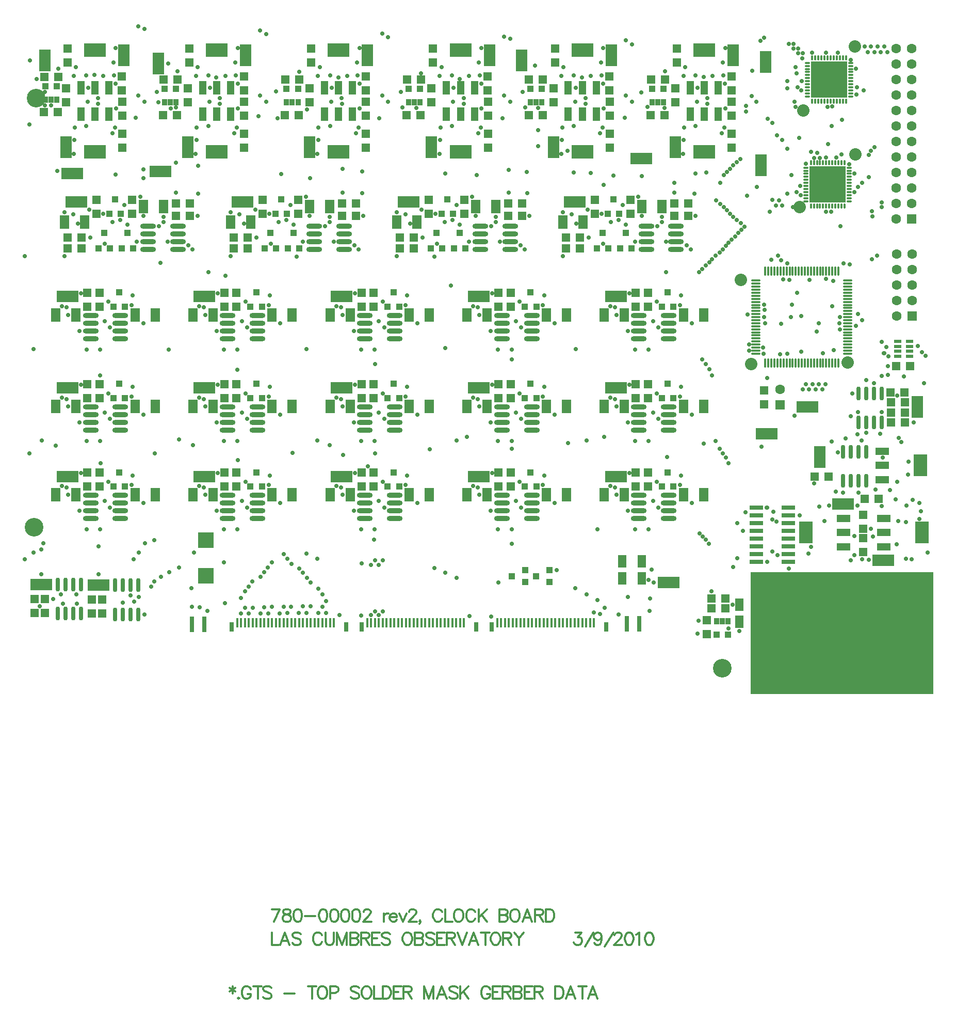
<source format=gts>
%FSLAX23Y23*%
%MOIN*%
G70*
G01*
G75*
G04 Layer_Color=8388736*
%ADD10R,0.050X0.050*%
%ADD11C,0.040*%
%ADD12R,0.085X0.138*%
%ADD13R,0.085X0.043*%
%ADD14R,0.085X0.043*%
%ADD15R,0.060X0.086*%
%ADD16R,0.035X0.037*%
%ADD17R,0.035X0.037*%
%ADD18R,0.050X0.050*%
%ADD19O,0.098X0.028*%
%ADD20R,0.135X0.070*%
%ADD21R,0.228X0.228*%
%ADD22O,0.008X0.033*%
%ADD23O,0.033X0.008*%
%ADD24R,0.070X0.135*%
%ADD25R,0.138X0.085*%
%ADD26R,0.043X0.085*%
%ADD27R,0.043X0.085*%
%ADD28R,0.031X0.060*%
%ADD29R,0.014X0.060*%
%ADD30R,0.030X0.100*%
%ADD31R,0.048X0.078*%
%ADD32R,0.100X0.100*%
%ADD33O,0.010X0.061*%
%ADD34O,0.061X0.010*%
%ADD35O,0.024X0.087*%
%ADD36R,0.045X0.017*%
%ADD37R,0.028X0.036*%
%ADD38R,0.036X0.036*%
%ADD39R,0.087X0.024*%
%ADD40R,0.036X0.036*%
%ADD41C,0.010*%
%ADD42C,0.005*%
%ADD43C,0.020*%
%ADD44C,0.007*%
%ADD45C,0.012*%
%ADD46R,1.181X0.787*%
%ADD47C,0.012*%
%ADD48C,0.012*%
%ADD49C,0.236*%
%ADD50C,0.050*%
%ADD51C,0.020*%
%ADD52C,0.026*%
%ADD53R,0.059X0.059*%
%ADD54C,0.059*%
%ADD55C,0.024*%
%ADD56C,0.040*%
%ADD57C,0.030*%
%ADD58C,0.033*%
%ADD59C,0.055*%
G04:AMPARAMS|DCode=60|XSize=70mil|YSize=70mil|CornerRadius=0mil|HoleSize=0mil|Usage=FLASHONLY|Rotation=0.000|XOffset=0mil|YOffset=0mil|HoleType=Round|Shape=Relief|Width=10mil|Gap=10mil|Entries=4|*
%AMTHD60*
7,0,0,0.070,0.050,0.010,45*
%
%ADD60THD60*%
%ADD61R,0.094X0.102*%
%ADD62O,0.087X0.024*%
%ADD63R,0.078X0.048*%
%ADD64O,0.028X0.098*%
%ADD65R,0.075X0.063*%
%ADD66R,1.181X0.787*%
%ADD67C,0.010*%
%ADD68C,0.010*%
%ADD69C,0.008*%
%ADD70C,0.024*%
%ADD71C,0.008*%
%ADD72C,0.006*%
%ADD73R,0.240X0.165*%
%ADD74R,1.181X0.787*%
%ADD75R,0.054X0.054*%
%ADD76C,0.080*%
%ADD77C,0.120*%
%ADD78R,0.089X0.142*%
%ADD79R,0.089X0.047*%
%ADD80R,0.089X0.047*%
%ADD81R,0.064X0.090*%
%ADD82R,0.039X0.041*%
%ADD83R,0.039X0.041*%
%ADD84R,0.054X0.054*%
%ADD85O,0.102X0.032*%
%ADD86R,0.139X0.074*%
%ADD87R,0.232X0.232*%
%ADD88O,0.012X0.037*%
%ADD89O,0.037X0.012*%
%ADD90R,0.074X0.139*%
%ADD91R,0.142X0.089*%
%ADD92R,0.047X0.089*%
%ADD93R,0.047X0.089*%
%ADD94R,0.052X0.082*%
%ADD95R,0.104X0.104*%
%ADD96O,0.014X0.065*%
%ADD97O,0.065X0.014*%
%ADD98O,0.028X0.091*%
%ADD99R,0.049X0.021*%
%ADD100R,0.032X0.040*%
%ADD101R,0.040X0.040*%
%ADD102R,0.091X0.028*%
%ADD103R,0.040X0.040*%
%ADD104C,0.240*%
%ADD105C,0.054*%
%ADD106C,0.030*%
%ADD107R,0.063X0.063*%
%ADD108C,0.063*%
%ADD109C,0.028*%
D28*
X19567Y12361D02*
D03*
X20307D02*
D03*
X20407D02*
D03*
X21147D02*
D03*
X21247D02*
D03*
X21987D02*
D03*
D29*
X21910Y12389D02*
D03*
X21885D02*
D03*
X21860D02*
D03*
X21835D02*
D03*
X21810D02*
D03*
X21785D02*
D03*
X21760D02*
D03*
X21735D02*
D03*
X21710D02*
D03*
X21685D02*
D03*
X21660D02*
D03*
X21635D02*
D03*
X21610D02*
D03*
X21585D02*
D03*
X21560D02*
D03*
X21535D02*
D03*
X21510D02*
D03*
X21485D02*
D03*
X21460D02*
D03*
X21435D02*
D03*
X21410D02*
D03*
X21385D02*
D03*
X21360D02*
D03*
X21335D02*
D03*
X21310D02*
D03*
X21285D02*
D03*
X21069Y12388D02*
D03*
X21044D02*
D03*
X21019D02*
D03*
X20994D02*
D03*
X20969D02*
D03*
X20944D02*
D03*
X20919D02*
D03*
X20894D02*
D03*
X20869D02*
D03*
X20844D02*
D03*
X20819D02*
D03*
X20794D02*
D03*
X20769D02*
D03*
X20744D02*
D03*
X20719D02*
D03*
X20694D02*
D03*
X20669D02*
D03*
X20644D02*
D03*
X20619D02*
D03*
X20594D02*
D03*
X20569D02*
D03*
X20544D02*
D03*
X20519D02*
D03*
X20494D02*
D03*
X20469D02*
D03*
X20444D02*
D03*
X20229D02*
D03*
X20204D02*
D03*
X20179D02*
D03*
X20154D02*
D03*
X20129D02*
D03*
X20104D02*
D03*
X20079D02*
D03*
X20054D02*
D03*
X20029D02*
D03*
X20004D02*
D03*
X19979D02*
D03*
X19954D02*
D03*
X19929D02*
D03*
X19904D02*
D03*
X19879D02*
D03*
X19854D02*
D03*
X19829D02*
D03*
X19804D02*
D03*
X19779D02*
D03*
X19754D02*
D03*
X19729D02*
D03*
X19704D02*
D03*
X19679D02*
D03*
X19654D02*
D03*
X19629D02*
D03*
X19604D02*
D03*
D30*
X19313Y12379D02*
D03*
X19392D02*
D03*
X22123Y12380D02*
D03*
X22202D02*
D03*
D45*
X19574Y10041D02*
Y9995D01*
X19555Y10030D02*
X19593Y10007D01*
Y10030D02*
X19555Y10007D01*
X19613Y9969D02*
X19609Y9965D01*
X19613Y9961D01*
X19617Y9965D01*
X19613Y9969D01*
X19692Y10022D02*
X19688Y10030D01*
X19680Y10037D01*
X19673Y10041D01*
X19657D01*
X19650Y10037D01*
X19642Y10030D01*
X19638Y10022D01*
X19635Y10011D01*
Y9991D01*
X19638Y9980D01*
X19642Y9972D01*
X19650Y9965D01*
X19657Y9961D01*
X19673D01*
X19680Y9965D01*
X19688Y9972D01*
X19692Y9980D01*
Y9991D01*
X19673D02*
X19692D01*
X19737Y10041D02*
Y9961D01*
X19710Y10041D02*
X19763D01*
X19826Y10030D02*
X19819Y10037D01*
X19807Y10041D01*
X19792D01*
X19780Y10037D01*
X19773Y10030D01*
Y10022D01*
X19777Y10014D01*
X19780Y10011D01*
X19788Y10007D01*
X19811Y9999D01*
X19819Y9995D01*
X19822Y9991D01*
X19826Y9984D01*
Y9972D01*
X19819Y9965D01*
X19807Y9961D01*
X19792D01*
X19780Y9965D01*
X19773Y9972D01*
X19907Y9995D02*
X19975D01*
X20089Y10041D02*
Y9961D01*
X20062Y10041D02*
X20115D01*
X20148D02*
X20140Y10037D01*
X20132Y10030D01*
X20129Y10022D01*
X20125Y10011D01*
Y9991D01*
X20129Y9980D01*
X20132Y9972D01*
X20140Y9965D01*
X20148Y9961D01*
X20163D01*
X20170Y9965D01*
X20178Y9972D01*
X20182Y9980D01*
X20186Y9991D01*
Y10011D01*
X20182Y10022D01*
X20178Y10030D01*
X20170Y10037D01*
X20163Y10041D01*
X20148D01*
X20204Y9999D02*
X20239D01*
X20250Y10003D01*
X20254Y10007D01*
X20258Y10014D01*
Y10026D01*
X20254Y10033D01*
X20250Y10037D01*
X20239Y10041D01*
X20204D01*
Y9961D01*
X20392Y10030D02*
X20384Y10037D01*
X20373Y10041D01*
X20357D01*
X20346Y10037D01*
X20338Y10030D01*
Y10022D01*
X20342Y10014D01*
X20346Y10011D01*
X20354Y10007D01*
X20377Y9999D01*
X20384Y9995D01*
X20388Y9991D01*
X20392Y9984D01*
Y9972D01*
X20384Y9965D01*
X20373Y9961D01*
X20357D01*
X20346Y9965D01*
X20338Y9972D01*
X20433Y10041D02*
X20425Y10037D01*
X20417Y10030D01*
X20413Y10022D01*
X20410Y10011D01*
Y9991D01*
X20413Y9980D01*
X20417Y9972D01*
X20425Y9965D01*
X20433Y9961D01*
X20448D01*
X20455Y9965D01*
X20463Y9972D01*
X20467Y9980D01*
X20471Y9991D01*
Y10011D01*
X20467Y10022D01*
X20463Y10030D01*
X20455Y10037D01*
X20448Y10041D01*
X20433D01*
X20489D02*
Y9961D01*
X20535D01*
X20544Y10041D02*
Y9961D01*
Y10041D02*
X20570D01*
X20582Y10037D01*
X20589Y10030D01*
X20593Y10022D01*
X20597Y10011D01*
Y9991D01*
X20593Y9980D01*
X20589Y9972D01*
X20582Y9965D01*
X20570Y9961D01*
X20544D01*
X20664Y10041D02*
X20615D01*
Y9961D01*
X20664D01*
X20615Y10003D02*
X20645D01*
X20678Y10041D02*
Y9961D01*
Y10041D02*
X20712D01*
X20724Y10037D01*
X20727Y10033D01*
X20731Y10026D01*
Y10018D01*
X20727Y10011D01*
X20724Y10007D01*
X20712Y10003D01*
X20678D01*
X20704D02*
X20731Y9961D01*
X20812Y10041D02*
Y9961D01*
Y10041D02*
X20842Y9961D01*
X20873Y10041D02*
X20842Y9961D01*
X20873Y10041D02*
Y9961D01*
X20957D02*
X20926Y10041D01*
X20896Y9961D01*
X20907Y9988D02*
X20945D01*
X21029Y10030D02*
X21021Y10037D01*
X21010Y10041D01*
X20994D01*
X20983Y10037D01*
X20975Y10030D01*
Y10022D01*
X20979Y10014D01*
X20983Y10011D01*
X20991Y10007D01*
X21013Y9999D01*
X21021Y9995D01*
X21025Y9991D01*
X21029Y9984D01*
Y9972D01*
X21021Y9965D01*
X21010Y9961D01*
X20994D01*
X20983Y9965D01*
X20975Y9972D01*
X21046Y10041D02*
Y9961D01*
X21100Y10041D02*
X21046Y9988D01*
X21066Y10007D02*
X21100Y9961D01*
X21238Y10022D02*
X21234Y10030D01*
X21226Y10037D01*
X21219Y10041D01*
X21203D01*
X21196Y10037D01*
X21188Y10030D01*
X21184Y10022D01*
X21181Y10011D01*
Y9991D01*
X21184Y9980D01*
X21188Y9972D01*
X21196Y9965D01*
X21203Y9961D01*
X21219D01*
X21226Y9965D01*
X21234Y9972D01*
X21238Y9980D01*
Y9991D01*
X21219D02*
X21238D01*
X21305Y10041D02*
X21256D01*
Y9961D01*
X21305D01*
X21256Y10003D02*
X21286D01*
X21319Y10041D02*
Y9961D01*
Y10041D02*
X21353D01*
X21365Y10037D01*
X21368Y10033D01*
X21372Y10026D01*
Y10018D01*
X21368Y10011D01*
X21365Y10007D01*
X21353Y10003D01*
X21319D01*
X21345D02*
X21372Y9961D01*
X21390Y10041D02*
Y9961D01*
Y10041D02*
X21424D01*
X21436Y10037D01*
X21440Y10033D01*
X21443Y10026D01*
Y10018D01*
X21440Y10011D01*
X21436Y10007D01*
X21424Y10003D01*
X21390D02*
X21424D01*
X21436Y9999D01*
X21440Y9995D01*
X21443Y9988D01*
Y9976D01*
X21440Y9969D01*
X21436Y9965D01*
X21424Y9961D01*
X21390D01*
X21511Y10041D02*
X21461D01*
Y9961D01*
X21511D01*
X21461Y10003D02*
X21492D01*
X21524Y10041D02*
Y9961D01*
Y10041D02*
X21558D01*
X21570Y10037D01*
X21574Y10033D01*
X21577Y10026D01*
Y10018D01*
X21574Y10011D01*
X21570Y10007D01*
X21558Y10003D01*
X21524D01*
X21551D02*
X21577Y9961D01*
X21658Y10041D02*
Y9961D01*
Y10041D02*
X21685D01*
X21696Y10037D01*
X21704Y10030D01*
X21708Y10022D01*
X21711Y10011D01*
Y9991D01*
X21708Y9980D01*
X21704Y9972D01*
X21696Y9965D01*
X21685Y9961D01*
X21658D01*
X21790D02*
X21760Y10041D01*
X21729Y9961D01*
X21741Y9988D02*
X21779D01*
X21836Y10041D02*
Y9961D01*
X21809Y10041D02*
X21862D01*
X21933Y9961D02*
X21902Y10041D01*
X21872Y9961D01*
X21883Y9988D02*
X21921D01*
D47*
X19880Y10539D02*
X19842Y10459D01*
X19827Y10539D02*
X19880D01*
X19917D02*
X19906Y10535D01*
X19902Y10527D01*
Y10520D01*
X19906Y10512D01*
X19913Y10508D01*
X19929Y10504D01*
X19940Y10500D01*
X19948Y10493D01*
X19952Y10485D01*
Y10474D01*
X19948Y10466D01*
X19944Y10462D01*
X19933Y10459D01*
X19917D01*
X19906Y10462D01*
X19902Y10466D01*
X19898Y10474D01*
Y10485D01*
X19902Y10493D01*
X19910Y10500D01*
X19921Y10504D01*
X19936Y10508D01*
X19944Y10512D01*
X19948Y10520D01*
Y10527D01*
X19944Y10535D01*
X19933Y10539D01*
X19917D01*
X19992D02*
X19981Y10535D01*
X19973Y10523D01*
X19969Y10504D01*
Y10493D01*
X19973Y10474D01*
X19981Y10462D01*
X19992Y10459D01*
X20000D01*
X20011Y10462D01*
X20019Y10474D01*
X20023Y10493D01*
Y10504D01*
X20019Y10523D01*
X20011Y10535D01*
X20000Y10539D01*
X19992D01*
X20041Y10493D02*
X20109D01*
X20156Y10539D02*
X20144Y10535D01*
X20137Y10523D01*
X20133Y10504D01*
Y10493D01*
X20137Y10474D01*
X20144Y10462D01*
X20156Y10459D01*
X20163D01*
X20175Y10462D01*
X20182Y10474D01*
X20186Y10493D01*
Y10504D01*
X20182Y10523D01*
X20175Y10535D01*
X20163Y10539D01*
X20156D01*
X20227D02*
X20216Y10535D01*
X20208Y10523D01*
X20204Y10504D01*
Y10493D01*
X20208Y10474D01*
X20216Y10462D01*
X20227Y10459D01*
X20235D01*
X20246Y10462D01*
X20254Y10474D01*
X20257Y10493D01*
Y10504D01*
X20254Y10523D01*
X20246Y10535D01*
X20235Y10539D01*
X20227D01*
X20298D02*
X20287Y10535D01*
X20279Y10523D01*
X20275Y10504D01*
Y10493D01*
X20279Y10474D01*
X20287Y10462D01*
X20298Y10459D01*
X20306D01*
X20317Y10462D01*
X20325Y10474D01*
X20329Y10493D01*
Y10504D01*
X20325Y10523D01*
X20317Y10535D01*
X20306Y10539D01*
X20298D01*
X20369D02*
X20358Y10535D01*
X20350Y10523D01*
X20347Y10504D01*
Y10493D01*
X20350Y10474D01*
X20358Y10462D01*
X20369Y10459D01*
X20377D01*
X20388Y10462D01*
X20396Y10474D01*
X20400Y10493D01*
Y10504D01*
X20396Y10523D01*
X20388Y10535D01*
X20377Y10539D01*
X20369D01*
X20422Y10520D02*
Y10523D01*
X20425Y10531D01*
X20429Y10535D01*
X20437Y10539D01*
X20452D01*
X20460Y10535D01*
X20463Y10531D01*
X20467Y10523D01*
Y10516D01*
X20463Y10508D01*
X20456Y10497D01*
X20418Y10459D01*
X20471D01*
X20552Y10512D02*
Y10459D01*
Y10489D02*
X20556Y10500D01*
X20563Y10508D01*
X20571Y10512D01*
X20582D01*
X20590Y10489D02*
X20635D01*
Y10497D01*
X20631Y10504D01*
X20628Y10508D01*
X20620Y10512D01*
X20609D01*
X20601Y10508D01*
X20593Y10500D01*
X20590Y10489D01*
Y10481D01*
X20593Y10470D01*
X20601Y10462D01*
X20609Y10459D01*
X20620D01*
X20628Y10462D01*
X20635Y10470D01*
X20652Y10512D02*
X20675Y10459D01*
X20698Y10512D02*
X20675Y10459D01*
X20715Y10520D02*
Y10523D01*
X20719Y10531D01*
X20722Y10535D01*
X20730Y10539D01*
X20745D01*
X20753Y10535D01*
X20757Y10531D01*
X20761Y10523D01*
Y10516D01*
X20757Y10508D01*
X20749Y10497D01*
X20711Y10459D01*
X20764D01*
X20790Y10462D02*
X20786Y10459D01*
X20782Y10462D01*
X20786Y10466D01*
X20790Y10462D01*
Y10455D01*
X20786Y10447D01*
X20782Y10443D01*
X20927Y10520D02*
X20924Y10527D01*
X20916Y10535D01*
X20908Y10539D01*
X20893D01*
X20885Y10535D01*
X20878Y10527D01*
X20874Y10520D01*
X20870Y10508D01*
Y10489D01*
X20874Y10478D01*
X20878Y10470D01*
X20885Y10462D01*
X20893Y10459D01*
X20908D01*
X20916Y10462D01*
X20924Y10470D01*
X20927Y10478D01*
X20950Y10539D02*
Y10459D01*
X20996D01*
X21027Y10539D02*
X21020Y10535D01*
X21012Y10527D01*
X21008Y10520D01*
X21004Y10508D01*
Y10489D01*
X21008Y10478D01*
X21012Y10470D01*
X21020Y10462D01*
X21027Y10459D01*
X21042D01*
X21050Y10462D01*
X21058Y10470D01*
X21061Y10478D01*
X21065Y10489D01*
Y10508D01*
X21061Y10520D01*
X21058Y10527D01*
X21050Y10535D01*
X21042Y10539D01*
X21027D01*
X21141Y10520D02*
X21137Y10527D01*
X21130Y10535D01*
X21122Y10539D01*
X21107D01*
X21099Y10535D01*
X21092Y10527D01*
X21088Y10520D01*
X21084Y10508D01*
Y10489D01*
X21088Y10478D01*
X21092Y10470D01*
X21099Y10462D01*
X21107Y10459D01*
X21122D01*
X21130Y10462D01*
X21137Y10470D01*
X21141Y10478D01*
X21164Y10539D02*
Y10459D01*
X21217Y10539D02*
X21164Y10485D01*
X21183Y10504D02*
X21217Y10459D01*
X21298Y10539D02*
Y10459D01*
Y10539D02*
X21332D01*
X21343Y10535D01*
X21347Y10531D01*
X21351Y10523D01*
Y10516D01*
X21347Y10508D01*
X21343Y10504D01*
X21332Y10500D01*
X21298D02*
X21332D01*
X21343Y10497D01*
X21347Y10493D01*
X21351Y10485D01*
Y10474D01*
X21347Y10466D01*
X21343Y10462D01*
X21332Y10459D01*
X21298D01*
X21392Y10539D02*
X21384Y10535D01*
X21376Y10527D01*
X21373Y10520D01*
X21369Y10508D01*
Y10489D01*
X21373Y10478D01*
X21376Y10470D01*
X21384Y10462D01*
X21392Y10459D01*
X21407D01*
X21415Y10462D01*
X21422Y10470D01*
X21426Y10478D01*
X21430Y10489D01*
Y10508D01*
X21426Y10520D01*
X21422Y10527D01*
X21415Y10535D01*
X21407Y10539D01*
X21392D01*
X21509Y10459D02*
X21479Y10539D01*
X21448Y10459D01*
X21460Y10485D02*
X21498D01*
X21528Y10539D02*
Y10459D01*
Y10539D02*
X21562D01*
X21574Y10535D01*
X21578Y10531D01*
X21581Y10523D01*
Y10516D01*
X21578Y10508D01*
X21574Y10504D01*
X21562Y10500D01*
X21528D01*
X21555D02*
X21581Y10459D01*
X21599Y10539D02*
Y10459D01*
Y10539D02*
X21626D01*
X21637Y10535D01*
X21645Y10527D01*
X21649Y10520D01*
X21653Y10508D01*
Y10489D01*
X21649Y10478D01*
X21645Y10470D01*
X21637Y10462D01*
X21626Y10459D01*
X21599D01*
D48*
X19827Y10389D02*
Y10309D01*
X19873D01*
X19942D02*
X19912Y10389D01*
X19881Y10309D01*
X19893Y10335D02*
X19931D01*
X20014Y10377D02*
X20007Y10385D01*
X19995Y10389D01*
X19980D01*
X19969Y10385D01*
X19961Y10377D01*
Y10370D01*
X19965Y10362D01*
X19969Y10358D01*
X19976Y10354D01*
X19999Y10347D01*
X20007Y10343D01*
X20011Y10339D01*
X20014Y10331D01*
Y10320D01*
X20007Y10312D01*
X19995Y10309D01*
X19980D01*
X19969Y10312D01*
X19961Y10320D01*
X20152Y10370D02*
X20148Y10377D01*
X20141Y10385D01*
X20133Y10389D01*
X20118D01*
X20110Y10385D01*
X20103Y10377D01*
X20099Y10370D01*
X20095Y10358D01*
Y10339D01*
X20099Y10328D01*
X20103Y10320D01*
X20110Y10312D01*
X20118Y10309D01*
X20133D01*
X20141Y10312D01*
X20148Y10320D01*
X20152Y10328D01*
X20175Y10389D02*
Y10331D01*
X20179Y10320D01*
X20186Y10312D01*
X20198Y10309D01*
X20205D01*
X20217Y10312D01*
X20224Y10320D01*
X20228Y10331D01*
Y10389D01*
X20250D02*
Y10309D01*
Y10389D02*
X20281Y10309D01*
X20311Y10389D02*
X20281Y10309D01*
X20311Y10389D02*
Y10309D01*
X20334Y10389D02*
Y10309D01*
Y10389D02*
X20368D01*
X20380Y10385D01*
X20383Y10381D01*
X20387Y10373D01*
Y10366D01*
X20383Y10358D01*
X20380Y10354D01*
X20368Y10350D01*
X20334D02*
X20368D01*
X20380Y10347D01*
X20383Y10343D01*
X20387Y10335D01*
Y10324D01*
X20383Y10316D01*
X20380Y10312D01*
X20368Y10309D01*
X20334D01*
X20405Y10389D02*
Y10309D01*
Y10389D02*
X20439D01*
X20451Y10385D01*
X20455Y10381D01*
X20459Y10373D01*
Y10366D01*
X20455Y10358D01*
X20451Y10354D01*
X20439Y10350D01*
X20405D01*
X20432D02*
X20459Y10309D01*
X20526Y10389D02*
X20476D01*
Y10309D01*
X20526D01*
X20476Y10350D02*
X20507D01*
X20593Y10377D02*
X20585Y10385D01*
X20574Y10389D01*
X20558D01*
X20547Y10385D01*
X20539Y10377D01*
Y10370D01*
X20543Y10362D01*
X20547Y10358D01*
X20554Y10354D01*
X20577Y10347D01*
X20585Y10343D01*
X20589Y10339D01*
X20593Y10331D01*
Y10320D01*
X20585Y10312D01*
X20574Y10309D01*
X20558D01*
X20547Y10312D01*
X20539Y10320D01*
X20696Y10389D02*
X20689Y10385D01*
X20681Y10377D01*
X20677Y10370D01*
X20673Y10358D01*
Y10339D01*
X20677Y10328D01*
X20681Y10320D01*
X20689Y10312D01*
X20696Y10309D01*
X20711D01*
X20719Y10312D01*
X20727Y10320D01*
X20730Y10328D01*
X20734Y10339D01*
Y10358D01*
X20730Y10370D01*
X20727Y10377D01*
X20719Y10385D01*
X20711Y10389D01*
X20696D01*
X20753D02*
Y10309D01*
Y10389D02*
X20787D01*
X20799Y10385D01*
X20802Y10381D01*
X20806Y10373D01*
Y10366D01*
X20802Y10358D01*
X20799Y10354D01*
X20787Y10350D01*
X20753D02*
X20787D01*
X20799Y10347D01*
X20802Y10343D01*
X20806Y10335D01*
Y10324D01*
X20802Y10316D01*
X20799Y10312D01*
X20787Y10309D01*
X20753D01*
X20877Y10377D02*
X20870Y10385D01*
X20858Y10389D01*
X20843D01*
X20832Y10385D01*
X20824Y10377D01*
Y10370D01*
X20828Y10362D01*
X20832Y10358D01*
X20839Y10354D01*
X20862Y10347D01*
X20870Y10343D01*
X20874Y10339D01*
X20877Y10331D01*
Y10320D01*
X20870Y10312D01*
X20858Y10309D01*
X20843D01*
X20832Y10312D01*
X20824Y10320D01*
X20945Y10389D02*
X20895D01*
Y10309D01*
X20945D01*
X20895Y10350D02*
X20926D01*
X20958Y10389D02*
Y10309D01*
Y10389D02*
X20992D01*
X21004Y10385D01*
X21008Y10381D01*
X21012Y10373D01*
Y10366D01*
X21008Y10358D01*
X21004Y10354D01*
X20992Y10350D01*
X20958D01*
X20985D02*
X21012Y10309D01*
X21029Y10389D02*
X21060Y10309D01*
X21090Y10389D02*
X21060Y10309D01*
X21162D02*
X21131Y10389D01*
X21101Y10309D01*
X21112Y10335D02*
X21150D01*
X21207Y10389D02*
Y10309D01*
X21180Y10389D02*
X21234D01*
X21266D02*
X21258Y10385D01*
X21251Y10377D01*
X21247Y10370D01*
X21243Y10358D01*
Y10339D01*
X21247Y10328D01*
X21251Y10320D01*
X21258Y10312D01*
X21266Y10309D01*
X21281D01*
X21289Y10312D01*
X21296Y10320D01*
X21300Y10328D01*
X21304Y10339D01*
Y10358D01*
X21300Y10370D01*
X21296Y10377D01*
X21289Y10385D01*
X21281Y10389D01*
X21266D01*
X21323D02*
Y10309D01*
Y10389D02*
X21357D01*
X21368Y10385D01*
X21372Y10381D01*
X21376Y10373D01*
Y10366D01*
X21372Y10358D01*
X21368Y10354D01*
X21357Y10350D01*
X21323D01*
X21349D02*
X21376Y10309D01*
X21394Y10389D02*
X21424Y10350D01*
Y10309D01*
X21455Y10389D02*
X21424Y10350D01*
X21787Y10389D02*
X21829D01*
X21806Y10358D01*
X21817D01*
X21825Y10354D01*
X21829Y10350D01*
X21833Y10339D01*
Y10331D01*
X21829Y10320D01*
X21821Y10312D01*
X21810Y10309D01*
X21798D01*
X21787Y10312D01*
X21783Y10316D01*
X21779Y10324D01*
X21851Y10297D02*
X21904Y10389D01*
X21959Y10362D02*
X21955Y10350D01*
X21947Y10343D01*
X21936Y10339D01*
X21932D01*
X21921Y10343D01*
X21913Y10350D01*
X21909Y10362D01*
Y10366D01*
X21913Y10377D01*
X21921Y10385D01*
X21932Y10389D01*
X21936D01*
X21947Y10385D01*
X21955Y10377D01*
X21959Y10362D01*
Y10343D01*
X21955Y10324D01*
X21947Y10312D01*
X21936Y10309D01*
X21928D01*
X21917Y10312D01*
X21913Y10320D01*
X21980Y10297D02*
X22034Y10389D01*
X22043Y10370D02*
Y10373D01*
X22047Y10381D01*
X22051Y10385D01*
X22058Y10389D01*
X22073D01*
X22081Y10385D01*
X22085Y10381D01*
X22089Y10373D01*
Y10366D01*
X22085Y10358D01*
X22077Y10347D01*
X22039Y10309D01*
X22092D01*
X22133Y10389D02*
X22122Y10385D01*
X22114Y10373D01*
X22110Y10354D01*
Y10343D01*
X22114Y10324D01*
X22122Y10312D01*
X22133Y10309D01*
X22141D01*
X22152Y10312D01*
X22160Y10324D01*
X22164Y10343D01*
Y10354D01*
X22160Y10373D01*
X22152Y10385D01*
X22141Y10389D01*
X22133D01*
X22182Y10373D02*
X22189Y10377D01*
X22201Y10389D01*
Y10309D01*
X22263Y10389D02*
X22252Y10385D01*
X22244Y10373D01*
X22240Y10354D01*
Y10343D01*
X22244Y10324D01*
X22252Y10312D01*
X22263Y10309D01*
X22271D01*
X22282Y10312D01*
X22290Y10324D01*
X22294Y10343D01*
Y10354D01*
X22290Y10373D01*
X22282Y10385D01*
X22271Y10389D01*
X22263D01*
D52*
X23334Y15799D02*
D03*
Y15893D02*
D03*
X23381Y15941D02*
D03*
X23325Y15122D02*
D03*
Y15217D02*
D03*
X23372Y15264D02*
D03*
D55*
X23262Y12931D02*
D03*
Y12970D02*
D03*
Y13009D02*
D03*
X23302D02*
D03*
Y12970D02*
D03*
Y12931D02*
D03*
X22582Y16100D02*
D03*
X22621D02*
D03*
X22661D02*
D03*
Y16060D02*
D03*
X22621D02*
D03*
X22582D02*
D03*
X23993Y13442D02*
D03*
Y13403D02*
D03*
Y13363D02*
D03*
X24032D02*
D03*
Y13403D02*
D03*
Y13442D02*
D03*
X24004Y13009D02*
D03*
Y12970D02*
D03*
Y12931D02*
D03*
X24043D02*
D03*
Y12970D02*
D03*
Y13009D02*
D03*
X18724Y15450D02*
D03*
X18684D02*
D03*
X18645D02*
D03*
Y15411D02*
D03*
X18684D02*
D03*
X18724D02*
D03*
X18645Y16060D02*
D03*
X18684D02*
D03*
X18724D02*
D03*
Y16100D02*
D03*
X18684D02*
D03*
X18645D02*
D03*
X19511Y15450D02*
D03*
X19472D02*
D03*
X19432D02*
D03*
Y15411D02*
D03*
X19472D02*
D03*
X19511D02*
D03*
X19432Y16060D02*
D03*
X19472D02*
D03*
X19511D02*
D03*
Y16100D02*
D03*
X19472D02*
D03*
X19432D02*
D03*
X20298Y15450D02*
D03*
X20259D02*
D03*
X20220D02*
D03*
Y15411D02*
D03*
X20259D02*
D03*
X20298D02*
D03*
X20220Y16060D02*
D03*
X20259D02*
D03*
X20298D02*
D03*
Y16100D02*
D03*
X20259D02*
D03*
X20220D02*
D03*
X21086Y15450D02*
D03*
X21047D02*
D03*
X21007D02*
D03*
Y15411D02*
D03*
X21047D02*
D03*
X21086D02*
D03*
X21007Y16060D02*
D03*
X21047D02*
D03*
X21086D02*
D03*
Y16100D02*
D03*
X21047D02*
D03*
X21007D02*
D03*
X21873Y15450D02*
D03*
X21834D02*
D03*
X21795D02*
D03*
Y15411D02*
D03*
X21834D02*
D03*
X21873D02*
D03*
X21795Y16060D02*
D03*
X21834D02*
D03*
X21873D02*
D03*
Y16100D02*
D03*
X21834D02*
D03*
X21795D02*
D03*
X22661Y15450D02*
D03*
X22621D02*
D03*
X22582D02*
D03*
Y15411D02*
D03*
X22621D02*
D03*
X22661D02*
D03*
D74*
X23513Y12320D02*
D03*
D75*
X23425Y13331D02*
D03*
X23335D02*
D03*
X23657Y13189D02*
D03*
X23747D02*
D03*
X23827Y13680D02*
D03*
X23917D02*
D03*
X23917Y13745D02*
D03*
X23827D02*
D03*
X23917Y13810D02*
D03*
X23827D02*
D03*
X23952Y14043D02*
D03*
X23862D02*
D03*
X19210Y15013D02*
D03*
X19300D02*
D03*
X18600Y14873D02*
D03*
X18510D02*
D03*
X19300Y15093D02*
D03*
X19210D02*
D03*
X18510Y14803D02*
D03*
X18600D02*
D03*
X20283Y15013D02*
D03*
X20373D02*
D03*
X19673Y14873D02*
D03*
X19583D02*
D03*
X18355Y15684D02*
D03*
X18445D02*
D03*
X19125Y15665D02*
D03*
X19215D02*
D03*
X19912D02*
D03*
X20002D02*
D03*
X20700D02*
D03*
X20790D02*
D03*
X21487D02*
D03*
X21577D02*
D03*
X21356Y15013D02*
D03*
X21446D02*
D03*
X20746Y14873D02*
D03*
X20656D02*
D03*
X21446Y15093D02*
D03*
X21356D02*
D03*
X20656Y14803D02*
D03*
X20746D02*
D03*
X22429Y15013D02*
D03*
X22519D02*
D03*
X21819Y14873D02*
D03*
X21729D02*
D03*
X22519Y15093D02*
D03*
X22429D02*
D03*
X21729Y14803D02*
D03*
X21819D02*
D03*
X22365Y15665D02*
D03*
X22275D02*
D03*
X19673Y14803D02*
D03*
X19583D02*
D03*
X20283Y15093D02*
D03*
X20373D02*
D03*
X22758Y12545D02*
D03*
X22668D02*
D03*
X22758Y12480D02*
D03*
X22668D02*
D03*
X18450Y15910D02*
D03*
X18360D02*
D03*
X19218Y15893D02*
D03*
X19128D02*
D03*
X20005D02*
D03*
X19915D02*
D03*
X20793D02*
D03*
X20703D02*
D03*
X21580D02*
D03*
X21490D02*
D03*
X22368D02*
D03*
X22278D02*
D03*
X23824Y13875D02*
D03*
X23914D02*
D03*
D76*
X23263Y15695D02*
D03*
X23595Y16109D02*
D03*
X23240Y15072D02*
D03*
X23597Y15410D02*
D03*
X22857Y14602D02*
D03*
X22925Y14056D02*
D03*
X23550Y14068D02*
D03*
D77*
X22739Y12093D02*
D03*
X18291Y13005D02*
D03*
X18305Y15775D02*
D03*
D78*
X23278Y12970D02*
D03*
X24017Y13403D02*
D03*
X24027Y12970D02*
D03*
D79*
X23522Y13060D02*
D03*
Y12879D02*
D03*
X23772Y13493D02*
D03*
Y13312D02*
D03*
X23783Y13060D02*
D03*
Y12879D02*
D03*
D80*
X23522Y12970D02*
D03*
X23772Y13403D02*
D03*
X23783Y12970D02*
D03*
D81*
X21220Y13214D02*
D03*
X21090D02*
D03*
X21602D02*
D03*
X21732D02*
D03*
X20334D02*
D03*
X20204D02*
D03*
X20716D02*
D03*
X20846D02*
D03*
X20334Y13785D02*
D03*
X20204D02*
D03*
X20716D02*
D03*
X20846D02*
D03*
X19448Y13785D02*
D03*
X19318D02*
D03*
X19830D02*
D03*
X19960D02*
D03*
X22106Y13214D02*
D03*
X21976D02*
D03*
X22488D02*
D03*
X22618D02*
D03*
X19448Y13214D02*
D03*
X19318D02*
D03*
X19830D02*
D03*
X19960D02*
D03*
X18563D02*
D03*
X18433D02*
D03*
X18944D02*
D03*
X19074D02*
D03*
X22106Y13785D02*
D03*
X21976D02*
D03*
X22488D02*
D03*
X22618D02*
D03*
X21220D02*
D03*
X21090D02*
D03*
X21602D02*
D03*
X21732D02*
D03*
X18563D02*
D03*
X18433D02*
D03*
X18944D02*
D03*
X19074D02*
D03*
X18490Y14973D02*
D03*
X18620D02*
D03*
X19000Y15073D02*
D03*
X19130D02*
D03*
X19074Y14375D02*
D03*
X18944D02*
D03*
X18433D02*
D03*
X18563D02*
D03*
X20846D02*
D03*
X20716D02*
D03*
X20204D02*
D03*
X20334D02*
D03*
X21732D02*
D03*
X21602D02*
D03*
X21090D02*
D03*
X21220D02*
D03*
X20636Y14973D02*
D03*
X20766D02*
D03*
X21146Y15073D02*
D03*
X21276D02*
D03*
X21709Y14973D02*
D03*
X21839D02*
D03*
X22219Y15073D02*
D03*
X22349D02*
D03*
X19960Y14375D02*
D03*
X19830D02*
D03*
X19318D02*
D03*
X19448D02*
D03*
X22618D02*
D03*
X22488D02*
D03*
X21976D02*
D03*
X22106D02*
D03*
X20203Y15073D02*
D03*
X20073D02*
D03*
X19693Y14973D02*
D03*
X19563D02*
D03*
D82*
X21499Y13359D02*
D03*
X21462Y13266D02*
D03*
X20614Y13359D02*
D03*
X20576Y13266D02*
D03*
X20614Y13930D02*
D03*
X20576Y13837D02*
D03*
X19728Y13930D02*
D03*
X19690Y13837D02*
D03*
X22385Y13359D02*
D03*
X22348Y13266D02*
D03*
X19728Y13359D02*
D03*
X19690Y13266D02*
D03*
X18842Y13359D02*
D03*
X18805Y13266D02*
D03*
X22385Y13930D02*
D03*
X22348Y13837D02*
D03*
X21499Y13930D02*
D03*
X21462Y13837D02*
D03*
X18842Y13930D02*
D03*
X18805Y13837D02*
D03*
X18895Y14903D02*
D03*
X18858Y14804D02*
D03*
X18745Y14903D02*
D03*
X18708Y14804D02*
D03*
X18778Y15027D02*
D03*
X18815Y15120D02*
D03*
X19968Y14903D02*
D03*
X19931Y14804D02*
D03*
X19818Y14903D02*
D03*
X19781Y14804D02*
D03*
X19851Y15027D02*
D03*
X19888Y15120D02*
D03*
X18805Y14428D02*
D03*
X18842Y14520D02*
D03*
X20576Y14428D02*
D03*
X20614Y14520D02*
D03*
X21462Y14428D02*
D03*
X21499Y14520D02*
D03*
X21041Y14903D02*
D03*
X21004Y14804D02*
D03*
X20891Y14903D02*
D03*
X20854Y14804D02*
D03*
X20924Y15027D02*
D03*
X20961Y15120D02*
D03*
X22114Y14903D02*
D03*
X22077Y14804D02*
D03*
X21964Y14903D02*
D03*
X21927Y14804D02*
D03*
X21997Y15027D02*
D03*
X22034Y15120D02*
D03*
X19690Y14428D02*
D03*
X19728Y14520D02*
D03*
X22348Y14428D02*
D03*
X22385Y14520D02*
D03*
D83*
X21537Y13266D02*
D03*
X20651D02*
D03*
X20651Y13837D02*
D03*
X19765Y13837D02*
D03*
X22423Y13266D02*
D03*
X19765D02*
D03*
X18879D02*
D03*
X22423Y13837D02*
D03*
X21537D02*
D03*
X18879D02*
D03*
X18933Y14804D02*
D03*
X18783D02*
D03*
X18853Y15027D02*
D03*
X20006Y14804D02*
D03*
X19856D02*
D03*
X19926Y15027D02*
D03*
X18879Y14428D02*
D03*
X20651D02*
D03*
X21537D02*
D03*
X21078Y14804D02*
D03*
X20928D02*
D03*
X20998Y15027D02*
D03*
X22151Y14804D02*
D03*
X22001D02*
D03*
X22071Y15027D02*
D03*
X19765Y14428D02*
D03*
X22423D02*
D03*
D84*
X21293Y13267D02*
D03*
Y13357D02*
D03*
X21372Y13267D02*
D03*
Y13357D02*
D03*
X20407Y13267D02*
D03*
Y13357D02*
D03*
X20486Y13267D02*
D03*
Y13357D02*
D03*
X20407Y13838D02*
D03*
Y13928D02*
D03*
X20486Y13838D02*
D03*
Y13928D02*
D03*
X19521Y13838D02*
D03*
Y13928D02*
D03*
X19600Y13838D02*
D03*
Y13928D02*
D03*
X22179Y13267D02*
D03*
Y13357D02*
D03*
X22257Y13267D02*
D03*
Y13357D02*
D03*
X19521Y13267D02*
D03*
Y13357D02*
D03*
X19600Y13267D02*
D03*
Y13357D02*
D03*
X18635Y13267D02*
D03*
Y13357D02*
D03*
X18714Y13267D02*
D03*
Y13357D02*
D03*
X22179Y13838D02*
D03*
Y13928D02*
D03*
X22257Y13838D02*
D03*
Y13928D02*
D03*
X21293Y13838D02*
D03*
Y13928D02*
D03*
X21372Y13838D02*
D03*
Y13928D02*
D03*
X18635Y13838D02*
D03*
Y13928D02*
D03*
X18714Y13838D02*
D03*
Y13928D02*
D03*
X18296Y12451D02*
D03*
Y12541D02*
D03*
X18361D02*
D03*
Y12451D02*
D03*
X18666Y12446D02*
D03*
Y12536D02*
D03*
X18731Y12536D02*
D03*
Y12446D02*
D03*
X23650Y12995D02*
D03*
Y13085D02*
D03*
Y12845D02*
D03*
Y12935D02*
D03*
X22638Y12315D02*
D03*
Y12405D02*
D03*
X23009Y13887D02*
D03*
Y13797D02*
D03*
X18925Y15118D02*
D03*
Y15028D02*
D03*
X18695Y15118D02*
D03*
Y15028D02*
D03*
X19998Y15118D02*
D03*
Y15028D02*
D03*
X19768Y15118D02*
D03*
Y15028D02*
D03*
X18714Y14519D02*
D03*
Y14429D02*
D03*
X18635Y14519D02*
D03*
Y14429D02*
D03*
X18861Y15454D02*
D03*
Y15544D02*
D03*
Y15751D02*
D03*
Y15661D02*
D03*
X18860Y15825D02*
D03*
Y15915D02*
D03*
X18497Y15839D02*
D03*
Y15749D02*
D03*
X18507Y16005D02*
D03*
Y16095D02*
D03*
X19649Y15454D02*
D03*
Y15544D02*
D03*
Y15751D02*
D03*
Y15661D02*
D03*
X19648Y15825D02*
D03*
Y15915D02*
D03*
X19285Y15839D02*
D03*
Y15749D02*
D03*
X19295Y16005D02*
D03*
Y16095D02*
D03*
X20436Y15454D02*
D03*
Y15544D02*
D03*
Y15751D02*
D03*
Y15661D02*
D03*
X20435Y15825D02*
D03*
Y15915D02*
D03*
X20072Y15839D02*
D03*
Y15749D02*
D03*
X20082Y16005D02*
D03*
Y16095D02*
D03*
X21224Y15454D02*
D03*
Y15544D02*
D03*
Y15751D02*
D03*
Y15661D02*
D03*
X21223Y15825D02*
D03*
Y15915D02*
D03*
X20859Y15839D02*
D03*
Y15749D02*
D03*
X20869Y16005D02*
D03*
Y16095D02*
D03*
X22011Y15454D02*
D03*
Y15544D02*
D03*
Y15751D02*
D03*
Y15661D02*
D03*
X22010Y15825D02*
D03*
Y15915D02*
D03*
X21647Y15839D02*
D03*
Y15749D02*
D03*
X21657Y16005D02*
D03*
Y16095D02*
D03*
X22798Y15751D02*
D03*
Y15661D02*
D03*
X22797Y15825D02*
D03*
Y15915D02*
D03*
X22434Y15839D02*
D03*
Y15749D02*
D03*
X22444Y16005D02*
D03*
Y16095D02*
D03*
X20486Y14519D02*
D03*
Y14429D02*
D03*
X20407Y14519D02*
D03*
Y14429D02*
D03*
X21372Y14519D02*
D03*
Y14429D02*
D03*
X21293Y14519D02*
D03*
Y14429D02*
D03*
X21071Y15118D02*
D03*
Y15028D02*
D03*
X20841Y15118D02*
D03*
Y15028D02*
D03*
X22144Y15118D02*
D03*
Y15028D02*
D03*
X21914Y15118D02*
D03*
Y15028D02*
D03*
X22798Y15544D02*
D03*
Y15454D02*
D03*
X19600Y14519D02*
D03*
Y14429D02*
D03*
X19521Y14519D02*
D03*
Y14429D02*
D03*
X22257Y14519D02*
D03*
Y14429D02*
D03*
X22179Y14519D02*
D03*
Y14429D02*
D03*
D85*
X21507Y13060D02*
D03*
Y13110D02*
D03*
Y13160D02*
D03*
Y13210D02*
D03*
X21314Y13060D02*
D03*
Y13110D02*
D03*
Y13160D02*
D03*
Y13210D02*
D03*
X20622Y13060D02*
D03*
Y13110D02*
D03*
Y13160D02*
D03*
Y13210D02*
D03*
X20429Y13060D02*
D03*
Y13110D02*
D03*
Y13160D02*
D03*
Y13210D02*
D03*
X20622Y13631D02*
D03*
Y13681D02*
D03*
Y13731D02*
D03*
Y13781D02*
D03*
X20429Y13631D02*
D03*
Y13681D02*
D03*
Y13731D02*
D03*
Y13781D02*
D03*
X19736Y13631D02*
D03*
Y13681D02*
D03*
Y13731D02*
D03*
Y13781D02*
D03*
X19543Y13631D02*
D03*
Y13681D02*
D03*
Y13731D02*
D03*
Y13781D02*
D03*
X22393Y13060D02*
D03*
Y13110D02*
D03*
Y13160D02*
D03*
Y13210D02*
D03*
X22200Y13060D02*
D03*
Y13110D02*
D03*
Y13160D02*
D03*
Y13210D02*
D03*
X19736Y13060D02*
D03*
Y13110D02*
D03*
Y13160D02*
D03*
Y13210D02*
D03*
X19543Y13060D02*
D03*
Y13110D02*
D03*
Y13160D02*
D03*
Y13210D02*
D03*
X18850Y13060D02*
D03*
Y13110D02*
D03*
Y13160D02*
D03*
Y13210D02*
D03*
X18657Y13060D02*
D03*
Y13110D02*
D03*
Y13160D02*
D03*
Y13210D02*
D03*
X22393Y13631D02*
D03*
Y13681D02*
D03*
Y13731D02*
D03*
Y13781D02*
D03*
X22200Y13631D02*
D03*
Y13681D02*
D03*
Y13731D02*
D03*
Y13781D02*
D03*
X21507Y13631D02*
D03*
Y13681D02*
D03*
Y13731D02*
D03*
Y13781D02*
D03*
X21314Y13631D02*
D03*
Y13681D02*
D03*
Y13731D02*
D03*
Y13781D02*
D03*
X18850Y13631D02*
D03*
Y13681D02*
D03*
Y13731D02*
D03*
Y13781D02*
D03*
X18657Y13631D02*
D03*
Y13681D02*
D03*
Y13731D02*
D03*
Y13781D02*
D03*
X19029Y14948D02*
D03*
Y14898D02*
D03*
Y14848D02*
D03*
Y14798D02*
D03*
X19222Y14948D02*
D03*
Y14898D02*
D03*
Y14848D02*
D03*
Y14798D02*
D03*
X20102Y14948D02*
D03*
Y14898D02*
D03*
Y14848D02*
D03*
Y14798D02*
D03*
X20295Y14948D02*
D03*
Y14898D02*
D03*
Y14848D02*
D03*
Y14798D02*
D03*
X18657Y14372D02*
D03*
Y14322D02*
D03*
Y14272D02*
D03*
Y14222D02*
D03*
X18850Y14372D02*
D03*
Y14322D02*
D03*
Y14272D02*
D03*
Y14222D02*
D03*
X20429Y14372D02*
D03*
Y14322D02*
D03*
Y14272D02*
D03*
Y14222D02*
D03*
X20622Y14372D02*
D03*
Y14322D02*
D03*
Y14272D02*
D03*
Y14222D02*
D03*
X21314Y14372D02*
D03*
Y14322D02*
D03*
Y14272D02*
D03*
Y14222D02*
D03*
X21507Y14372D02*
D03*
Y14322D02*
D03*
Y14272D02*
D03*
Y14222D02*
D03*
X21175Y14948D02*
D03*
Y14898D02*
D03*
Y14848D02*
D03*
Y14798D02*
D03*
X21368Y14948D02*
D03*
Y14898D02*
D03*
Y14848D02*
D03*
Y14798D02*
D03*
X22247Y14948D02*
D03*
Y14898D02*
D03*
Y14848D02*
D03*
Y14798D02*
D03*
X22440Y14948D02*
D03*
Y14898D02*
D03*
Y14848D02*
D03*
Y14798D02*
D03*
X19543Y14372D02*
D03*
Y14322D02*
D03*
Y14272D02*
D03*
Y14222D02*
D03*
X19736Y14372D02*
D03*
Y14322D02*
D03*
Y14272D02*
D03*
Y14222D02*
D03*
X22200Y14372D02*
D03*
Y14322D02*
D03*
Y14272D02*
D03*
Y14222D02*
D03*
X22393Y14372D02*
D03*
Y14322D02*
D03*
Y14272D02*
D03*
Y14222D02*
D03*
D86*
X21165Y13332D02*
D03*
X20279D02*
D03*
Y13903D02*
D03*
X19393Y13903D02*
D03*
X22051Y13332D02*
D03*
X19393D02*
D03*
X18507D02*
D03*
X22051Y13903D02*
D03*
X21165D02*
D03*
X18507D02*
D03*
X21784Y15103D02*
D03*
X20711D02*
D03*
X21165Y14494D02*
D03*
X20279D02*
D03*
X18507D02*
D03*
X19638Y15103D02*
D03*
X18565D02*
D03*
X23520Y13155D02*
D03*
X23780Y12790D02*
D03*
X18337Y12635D02*
D03*
X18707Y12630D02*
D03*
X19393Y14494D02*
D03*
X22051D02*
D03*
X18537Y15288D02*
D03*
X22215Y15383D02*
D03*
X23024Y13606D02*
D03*
X23289Y13781D02*
D03*
X22392Y12647D02*
D03*
X19110Y15301D02*
D03*
D87*
X23428Y15893D02*
D03*
X23419Y15217D02*
D03*
D88*
X23320Y16034D02*
D03*
X23340D02*
D03*
X23360D02*
D03*
X23379D02*
D03*
X23399D02*
D03*
X23419D02*
D03*
X23438D02*
D03*
X23458D02*
D03*
X23478D02*
D03*
X23497D02*
D03*
X23517D02*
D03*
X23537D02*
D03*
Y15753D02*
D03*
X23517D02*
D03*
X23478D02*
D03*
X23458D02*
D03*
X23438D02*
D03*
X23419D02*
D03*
X23399D02*
D03*
X23379D02*
D03*
X23360D02*
D03*
X23340D02*
D03*
X23320D02*
D03*
X23311Y15357D02*
D03*
X23331D02*
D03*
X23351D02*
D03*
X23370D02*
D03*
X23390D02*
D03*
X23410D02*
D03*
X23429D02*
D03*
X23449D02*
D03*
X23469D02*
D03*
X23488D02*
D03*
X23508D02*
D03*
X23528D02*
D03*
Y15076D02*
D03*
X23508D02*
D03*
X23488D02*
D03*
X23469D02*
D03*
X23449D02*
D03*
X23429D02*
D03*
X23410D02*
D03*
X23390D02*
D03*
X23370D02*
D03*
X23351D02*
D03*
X23331D02*
D03*
X23311D02*
D03*
X23497Y15753D02*
D03*
D89*
X23569Y16002D02*
D03*
Y15982D02*
D03*
Y15962D02*
D03*
Y15943D02*
D03*
Y15923D02*
D03*
Y15903D02*
D03*
Y15884D02*
D03*
Y15864D02*
D03*
Y15844D02*
D03*
Y15825D02*
D03*
Y15805D02*
D03*
Y15785D02*
D03*
X23288Y15805D02*
D03*
Y15825D02*
D03*
Y15844D02*
D03*
Y15864D02*
D03*
Y15884D02*
D03*
Y15903D02*
D03*
Y15923D02*
D03*
Y15943D02*
D03*
Y15962D02*
D03*
Y15982D02*
D03*
Y16002D02*
D03*
X23560Y15325D02*
D03*
Y15305D02*
D03*
Y15286D02*
D03*
Y15266D02*
D03*
Y15246D02*
D03*
Y15227D02*
D03*
Y15207D02*
D03*
Y15187D02*
D03*
Y15168D02*
D03*
Y15148D02*
D03*
Y15128D02*
D03*
Y15108D02*
D03*
X23279D02*
D03*
Y15128D02*
D03*
Y15148D02*
D03*
Y15168D02*
D03*
Y15187D02*
D03*
Y15207D02*
D03*
Y15227D02*
D03*
Y15246D02*
D03*
Y15266D02*
D03*
Y15286D02*
D03*
Y15305D02*
D03*
Y15325D02*
D03*
X23288Y15785D02*
D03*
D90*
X21234Y16050D02*
D03*
X19659D02*
D03*
X18871D02*
D03*
X20446D02*
D03*
X22021D02*
D03*
X22808D02*
D03*
X22434Y15458D02*
D03*
X21647D02*
D03*
X20859D02*
D03*
X20072D02*
D03*
X19285D02*
D03*
X18497D02*
D03*
X23997Y13780D02*
D03*
X23370Y13458D02*
D03*
X22987Y15340D02*
D03*
X19094Y15996D02*
D03*
X21441Y16019D02*
D03*
X23019Y16007D02*
D03*
X18362Y16018D02*
D03*
D91*
X22621Y16084D02*
D03*
X18684Y15426D02*
D03*
Y16084D02*
D03*
X19472Y15426D02*
D03*
Y16084D02*
D03*
X20259Y15426D02*
D03*
Y16084D02*
D03*
X21047Y15426D02*
D03*
Y16084D02*
D03*
X21834Y15426D02*
D03*
Y16084D02*
D03*
X22621Y15426D02*
D03*
D92*
X22712Y15840D02*
D03*
X22531D02*
D03*
X18775Y15670D02*
D03*
X18594D02*
D03*
Y15840D02*
D03*
X18775D02*
D03*
X19562Y15670D02*
D03*
X19381D02*
D03*
Y15840D02*
D03*
X19562D02*
D03*
X20350Y15670D02*
D03*
X20169D02*
D03*
Y15840D02*
D03*
X20350D02*
D03*
X21137Y15670D02*
D03*
X20956D02*
D03*
Y15840D02*
D03*
X21137D02*
D03*
X21924Y15670D02*
D03*
X21743D02*
D03*
Y15840D02*
D03*
X21924D02*
D03*
X22712Y15670D02*
D03*
X22531D02*
D03*
D93*
X22621Y15840D02*
D03*
X18684Y15670D02*
D03*
Y15840D02*
D03*
X19472Y15670D02*
D03*
Y15840D02*
D03*
X20259Y15670D02*
D03*
Y15840D02*
D03*
X21047Y15670D02*
D03*
Y15840D02*
D03*
X21834Y15670D02*
D03*
Y15840D02*
D03*
X22621Y15670D02*
D03*
D94*
X22848Y12505D02*
D03*
Y12395D02*
D03*
X22219Y12674D02*
D03*
Y12784D02*
D03*
X22091Y12674D02*
D03*
Y12784D02*
D03*
D95*
X19403Y12921D02*
D03*
Y12691D02*
D03*
D96*
X23016Y14657D02*
D03*
X23036D02*
D03*
X23056D02*
D03*
X23075D02*
D03*
X23095D02*
D03*
X23115D02*
D03*
X23134D02*
D03*
X23154D02*
D03*
X23174D02*
D03*
X23193D02*
D03*
X23213D02*
D03*
X23233D02*
D03*
X23252D02*
D03*
X23272D02*
D03*
X23292D02*
D03*
X23311D02*
D03*
X23331D02*
D03*
X23351D02*
D03*
X23371D02*
D03*
X23390D02*
D03*
X23410D02*
D03*
X23430D02*
D03*
X23449D02*
D03*
X23469D02*
D03*
X23489D02*
D03*
Y14064D02*
D03*
X23469D02*
D03*
X23449D02*
D03*
X23430D02*
D03*
X23410D02*
D03*
X23390D02*
D03*
X23371D02*
D03*
X23351D02*
D03*
X23331D02*
D03*
X23311D02*
D03*
X23292D02*
D03*
X23272D02*
D03*
X23252D02*
D03*
X23233D02*
D03*
X23213D02*
D03*
X23193D02*
D03*
X23174D02*
D03*
X23154D02*
D03*
X23134D02*
D03*
X23115D02*
D03*
X23095D02*
D03*
X23075D02*
D03*
X23056D02*
D03*
X23036D02*
D03*
X23016D02*
D03*
D97*
X23549Y14597D02*
D03*
Y14577D02*
D03*
Y14557D02*
D03*
Y14538D02*
D03*
Y14518D02*
D03*
Y14498D02*
D03*
Y14479D02*
D03*
Y14459D02*
D03*
Y14439D02*
D03*
Y14420D02*
D03*
Y14400D02*
D03*
Y14380D02*
D03*
Y14361D02*
D03*
Y14341D02*
D03*
Y14321D02*
D03*
Y14302D02*
D03*
Y14282D02*
D03*
Y14262D02*
D03*
Y14243D02*
D03*
Y14223D02*
D03*
Y14203D02*
D03*
Y14183D02*
D03*
Y14164D02*
D03*
Y14144D02*
D03*
Y14124D02*
D03*
X22956D02*
D03*
Y14144D02*
D03*
Y14164D02*
D03*
Y14183D02*
D03*
Y14203D02*
D03*
Y14223D02*
D03*
Y14243D02*
D03*
Y14262D02*
D03*
Y14282D02*
D03*
Y14302D02*
D03*
Y14321D02*
D03*
Y14341D02*
D03*
Y14361D02*
D03*
Y14380D02*
D03*
Y14400D02*
D03*
Y14420D02*
D03*
Y14439D02*
D03*
Y14459D02*
D03*
Y14479D02*
D03*
Y14498D02*
D03*
Y14518D02*
D03*
Y14538D02*
D03*
Y14557D02*
D03*
Y14577D02*
D03*
Y14597D02*
D03*
D98*
X18816Y12441D02*
D03*
X18866D02*
D03*
X18916D02*
D03*
X18966D02*
D03*
X18816Y12630D02*
D03*
X18866D02*
D03*
X18916D02*
D03*
X18966D02*
D03*
X23617Y13681D02*
D03*
X23667D02*
D03*
X23717D02*
D03*
X23767D02*
D03*
X23617Y13869D02*
D03*
X23667D02*
D03*
X23717D02*
D03*
X23767D02*
D03*
X23519Y13303D02*
D03*
X23569D02*
D03*
X23619D02*
D03*
X23669D02*
D03*
X23519Y13492D02*
D03*
X23569D02*
D03*
X23619D02*
D03*
X23669D02*
D03*
X18446Y12446D02*
D03*
X18496D02*
D03*
X18546D02*
D03*
X18596D02*
D03*
X18446Y12635D02*
D03*
X18496D02*
D03*
X18546D02*
D03*
X18596D02*
D03*
D99*
X23948Y14203D02*
D03*
Y14171D02*
D03*
Y14140D02*
D03*
Y14108D02*
D03*
X23871D02*
D03*
Y14140D02*
D03*
Y14171D02*
D03*
Y14203D02*
D03*
D100*
X22775Y12398D02*
D03*
X22701D02*
D03*
X22738D02*
D03*
X18365Y15764D02*
D03*
X18439D02*
D03*
X18402D02*
D03*
X19136Y15747D02*
D03*
X19210D02*
D03*
X19173D02*
D03*
X19923D02*
D03*
X19997D02*
D03*
X19960D02*
D03*
X20711D02*
D03*
X20785D02*
D03*
X20748D02*
D03*
X21498D02*
D03*
X21572D02*
D03*
X21535D02*
D03*
X22286D02*
D03*
X22360D02*
D03*
X22323D02*
D03*
D101*
X22775Y12312D02*
D03*
X22701D02*
D03*
X18365Y15850D02*
D03*
X18439D02*
D03*
X19136Y15833D02*
D03*
X19210D02*
D03*
X19923D02*
D03*
X19997D02*
D03*
X20711D02*
D03*
X20785D02*
D03*
X21498D02*
D03*
X21572D02*
D03*
X22286D02*
D03*
X22360D02*
D03*
D102*
X23164Y12780D02*
D03*
Y12830D02*
D03*
Y12880D02*
D03*
Y12930D02*
D03*
Y12980D02*
D03*
Y13030D02*
D03*
Y13080D02*
D03*
Y13130D02*
D03*
X22959Y12780D02*
D03*
Y12830D02*
D03*
Y12880D02*
D03*
Y12930D02*
D03*
Y12980D02*
D03*
Y13030D02*
D03*
Y13080D02*
D03*
Y13130D02*
D03*
D103*
X21466Y12726D02*
D03*
X21380Y12689D02*
D03*
X21466Y12652D02*
D03*
X21622Y12726D02*
D03*
X21536Y12689D02*
D03*
X21622Y12652D02*
D03*
D104*
X23907Y12320D02*
D03*
X23119D02*
D03*
D105*
X23041Y12005D02*
D03*
X23198D02*
D03*
X23355D02*
D03*
X23513D02*
D03*
X23670D02*
D03*
X23828D02*
D03*
X23985D02*
D03*
Y12163D02*
D03*
X23828D02*
D03*
X23670D02*
D03*
X23513D02*
D03*
X23355D02*
D03*
X23198D02*
D03*
X23041D02*
D03*
X23670Y12320D02*
D03*
X23513D02*
D03*
X23355D02*
D03*
X23985Y12477D02*
D03*
X23828D02*
D03*
X23670D02*
D03*
X23513D02*
D03*
X23355D02*
D03*
X23198D02*
D03*
X23041D02*
D03*
X23985Y12635D02*
D03*
X23828D02*
D03*
X23670D02*
D03*
X23513D02*
D03*
X23355D02*
D03*
X23198D02*
D03*
X23041D02*
D03*
D106*
X23381Y15799D02*
D03*
X23428D02*
D03*
X23476D02*
D03*
X23523D02*
D03*
Y15846D02*
D03*
X23476D02*
D03*
X23428D02*
D03*
X23381D02*
D03*
X23334D02*
D03*
X23523Y15893D02*
D03*
X23476D02*
D03*
X23428D02*
D03*
X23381D02*
D03*
X23523Y15941D02*
D03*
X23476D02*
D03*
X23428D02*
D03*
X23334D02*
D03*
X23523Y15988D02*
D03*
X23476D02*
D03*
X23428D02*
D03*
X23381D02*
D03*
X23334D02*
D03*
X23372Y15122D02*
D03*
X23419D02*
D03*
X23467D02*
D03*
X23514D02*
D03*
Y15170D02*
D03*
X23467D02*
D03*
X23419D02*
D03*
X23372D02*
D03*
X23325D02*
D03*
X23514Y15217D02*
D03*
X23467D02*
D03*
X23419D02*
D03*
X23372D02*
D03*
X23514Y15264D02*
D03*
X23467D02*
D03*
X23419D02*
D03*
X23325D02*
D03*
X23514Y15311D02*
D03*
X23467D02*
D03*
X23419D02*
D03*
X23372D02*
D03*
X23325D02*
D03*
D107*
X23966Y14367D02*
D03*
X23963Y14995D02*
D03*
X23111Y13795D02*
D03*
D108*
X23866Y14367D02*
D03*
X23966Y14467D02*
D03*
X23866D02*
D03*
X23966Y14567D02*
D03*
X23866D02*
D03*
X23966Y14667D02*
D03*
X23866D02*
D03*
X23966Y14767D02*
D03*
X23866D02*
D03*
X23863Y16095D02*
D03*
X23963D02*
D03*
X23863Y15995D02*
D03*
X23963D02*
D03*
X23863Y15895D02*
D03*
X23963D02*
D03*
X23863Y15795D02*
D03*
X23963D02*
D03*
X23863Y15695D02*
D03*
X23963D02*
D03*
X23863Y15595D02*
D03*
X23963D02*
D03*
X23863Y15495D02*
D03*
X23963D02*
D03*
X23863Y15395D02*
D03*
X23963D02*
D03*
X23863Y15295D02*
D03*
X23963D02*
D03*
X23863Y15195D02*
D03*
X23963D02*
D03*
X23863Y15095D02*
D03*
X23963D02*
D03*
X23863Y14995D02*
D03*
X23111Y13895D02*
D03*
D109*
X23331Y13287D02*
D03*
X23473Y13234D02*
D03*
X23768Y13140D02*
D03*
X22255Y15716D02*
D03*
X22369Y15946D02*
D03*
X22366Y15711D02*
D03*
X22214Y15810D02*
D03*
X23056Y14730D02*
D03*
X23186Y15278D02*
D03*
X23157Y15883D02*
D03*
X23225Y15843D02*
D03*
X23218Y15166D02*
D03*
X21088Y13587D02*
D03*
X21480Y15162D02*
D03*
X22566Y15013D02*
D03*
X22430Y15164D02*
D03*
X21707Y14755D02*
D03*
X22558Y15156D02*
D03*
X21869Y15053D02*
D03*
X22219Y15013D02*
D03*
X22069Y14988D02*
D03*
X21874Y14873D02*
D03*
X21764Y15023D02*
D03*
X22114Y14958D02*
D03*
X21969Y14833D02*
D03*
X22374Y14848D02*
D03*
X22094Y15083D02*
D03*
X22019Y14973D02*
D03*
X22535Y14797D02*
D03*
X22349Y14975D02*
D03*
X22509Y14823D02*
D03*
X21959Y15028D02*
D03*
X22319Y14948D02*
D03*
D03*
X22196Y15136D02*
D03*
D03*
X21709Y15038D02*
D03*
X21794Y14963D02*
D03*
X22349Y15008D02*
D03*
X22174Y14848D02*
D03*
X21357Y15164D02*
D03*
X21493Y15013D02*
D03*
X20634Y14755D02*
D03*
X20796Y15053D02*
D03*
X21146Y15013D02*
D03*
X20996Y14988D02*
D03*
X20801Y14873D02*
D03*
X20691Y15023D02*
D03*
X21041Y14958D02*
D03*
X20896Y14833D02*
D03*
X21301Y14848D02*
D03*
X21021Y15083D02*
D03*
X20946Y14973D02*
D03*
X21276Y14975D02*
D03*
X21462Y14797D02*
D03*
X21436Y14823D02*
D03*
X20886Y15028D02*
D03*
X21246Y14948D02*
D03*
D03*
X21123Y15136D02*
D03*
D03*
X20636Y15038D02*
D03*
X20721Y14963D02*
D03*
X21276Y15008D02*
D03*
X21101Y14848D02*
D03*
X20420Y15013D02*
D03*
X19561Y14755D02*
D03*
X19723Y15053D02*
D03*
X20073Y15013D02*
D03*
X19923Y14988D02*
D03*
X19728Y14873D02*
D03*
X19618Y15023D02*
D03*
X19968Y14958D02*
D03*
X19823Y14833D02*
D03*
X20228Y14848D02*
D03*
X19948Y15083D02*
D03*
X19873Y14973D02*
D03*
X20389Y14797D02*
D03*
X20203Y14975D02*
D03*
X20363Y14823D02*
D03*
X19813Y15028D02*
D03*
X20173Y14948D02*
D03*
D03*
X20050Y15136D02*
D03*
D03*
X19563Y15038D02*
D03*
X19648Y14963D02*
D03*
X20203Y15008D02*
D03*
X20028Y14848D02*
D03*
X18999Y15257D02*
D03*
X20075Y15259D02*
D03*
X21890Y15290D02*
D03*
X21889Y15916D02*
D03*
X19108Y14710D02*
D03*
X19111Y12683D02*
D03*
X19754Y12448D02*
D03*
Y12684D02*
D03*
X18819Y15281D02*
D03*
X19889Y15283D02*
D03*
X21778Y15293D02*
D03*
X21779Y15595D02*
D03*
X21975Y13587D02*
D03*
X19100Y14948D02*
D03*
D03*
X18977Y15136D02*
D03*
X19347Y15013D02*
D03*
X19316Y14797D02*
D03*
X19130Y14975D02*
D03*
X22281Y12731D02*
D03*
X18351Y12902D02*
D03*
X23158Y14709D02*
D03*
X23523D02*
D03*
X23602Y14304D02*
D03*
X23534Y13578D02*
D03*
X23519Y13228D02*
D03*
X23619D02*
D03*
X23685Y15265D02*
D03*
X23507Y15410D02*
D03*
X23684Y15409D02*
D03*
X23353Y15420D02*
D03*
X23698Y15435D02*
D03*
X23312Y15426D02*
D03*
X23721Y15458D02*
D03*
X23767Y15102D02*
D03*
X23767Y15071D02*
D03*
X23704Y15045D02*
D03*
X23708Y15012D02*
D03*
X23942Y13427D02*
D03*
X23880Y13581D02*
D03*
X23927Y13143D02*
D03*
X24012Y13162D02*
D03*
X23968Y13182D02*
D03*
X23857Y13183D02*
D03*
X23866Y12894D02*
D03*
X24022Y13108D02*
D03*
X23069Y13105D02*
D03*
X23399Y13045D02*
D03*
X23240Y13081D02*
D03*
X24064Y12842D02*
D03*
X23295Y12834D02*
D03*
X23094Y12824D02*
D03*
X22836Y13030D02*
D03*
X22834Y12804D02*
D03*
X23090Y13042D02*
D03*
X23169Y12738D02*
D03*
X22808Y12746D02*
D03*
X20469Y12761D02*
D03*
X20494Y12791D02*
D03*
X20519Y12761D02*
D03*
X20544Y12791D02*
D03*
Y12461D02*
D03*
X20519Y12436D02*
D03*
X20494Y12462D02*
D03*
X20469Y12438D02*
D03*
X18233Y12797D02*
D03*
X18936D02*
D03*
X18938Y12523D02*
D03*
X18288Y12841D02*
D03*
X18969Y12840D02*
D03*
Y12555D02*
D03*
X19008Y12902D02*
D03*
X19048Y12621D02*
D03*
X19068Y12920D02*
D03*
Y12655D02*
D03*
X18338Y12860D02*
D03*
X23568Y13720D02*
D03*
Y12790D02*
D03*
X18338Y12700D02*
D03*
X18708Y12880D02*
D03*
X20004Y12739D02*
D03*
X18708Y12700D02*
D03*
X22778Y12350D02*
D03*
X22579Y12318D02*
D03*
X22584Y12402D02*
D03*
X18464Y12571D02*
D03*
X18565Y12570D02*
D03*
X18567Y12510D02*
D03*
X23427Y13143D02*
D03*
X23444Y13558D02*
D03*
X23112Y14121D02*
D03*
X23975Y13681D02*
D03*
X23653Y15825D02*
D03*
X23605Y15797D02*
D03*
X23157Y15159D02*
D03*
X23212Y15716D02*
D03*
X23244Y15147D02*
D03*
X23249Y15825D02*
D03*
X23063Y15116D02*
D03*
X23084Y15082D02*
D03*
X23105Y15115D02*
D03*
X23126Y15082D02*
D03*
X22957Y15751D02*
D03*
X22984Y16145D02*
D03*
X22930Y15789D02*
D03*
X23157Y15446D02*
D03*
X23235Y15518D02*
D03*
X23421Y15478D02*
D03*
X23444Y15595D02*
D03*
X23157Y15839D02*
D03*
X23219Y15934D02*
D03*
X23009Y16164D02*
D03*
X23091Y15534D02*
D03*
X23125Y15504D02*
D03*
X23033Y15640D02*
D03*
X23062Y15614D02*
D03*
X23211Y15975D02*
D03*
X23167Y16125D02*
D03*
X23255Y16032D02*
D03*
X23198Y16123D02*
D03*
X23197Y16093D02*
D03*
X23227Y16094D02*
D03*
X23257Y16064D02*
D03*
X23278Y15350D02*
D03*
X23441Y15040D02*
D03*
X23591Y15286D02*
D03*
X23560Y15347D02*
D03*
X23476Y15390D02*
D03*
X23410D02*
D03*
X23370Y15389D02*
D03*
X23331D02*
D03*
X23449Y15720D02*
D03*
X23607Y15845D02*
D03*
X23603Y15963D02*
D03*
X23569Y16022D02*
D03*
X23485Y16068D02*
D03*
X23409Y16069D02*
D03*
X23320Y16066D02*
D03*
X23805Y16072D02*
D03*
X23763D02*
D03*
X23679D02*
D03*
X23784Y16106D02*
D03*
X23742D02*
D03*
X23658D02*
D03*
X21151Y15276D02*
D03*
X22220Y15270D02*
D03*
X22636Y15293D02*
D03*
X20947Y15286D02*
D03*
X22034Y15274D02*
D03*
X22564Y15289D02*
D03*
X20985Y14565D02*
D03*
X20448Y13399D02*
D03*
X20847Y13509D02*
D03*
X22376Y14651D02*
D03*
X19417Y14650D02*
D03*
X19529Y14626D02*
D03*
X20203Y13534D02*
D03*
X19317D02*
D03*
X18431Y13530D02*
D03*
X18310Y15898D02*
D03*
X22618Y13543D02*
D03*
X19073Y13480D02*
D03*
X19961Y13484D02*
D03*
X21743Y13546D02*
D03*
X18262Y13480D02*
D03*
X18261Y15605D02*
D03*
X22429Y15226D02*
D03*
X21475Y15297D02*
D03*
X21359Y15310D02*
D03*
X20411Y15301D02*
D03*
X20412Y15161D02*
D03*
X20284Y15318D02*
D03*
Y15164D02*
D03*
X19351Y15338D02*
D03*
Y15156D02*
D03*
X19210Y15359D02*
D03*
Y15165D02*
D03*
X18977Y15136D02*
D03*
X21378Y12899D02*
D03*
X20490Y12923D02*
D03*
X18720Y12991D02*
D03*
X21379Y13512D02*
D03*
X20494Y13481D02*
D03*
X19607Y13438D02*
D03*
X18721Y13418D02*
D03*
X21378Y14089D02*
D03*
X20494Y14057D02*
D03*
X19606Y14021D02*
D03*
X18718Y13985D02*
D03*
X19828Y12777D02*
D03*
X19803Y12745D02*
D03*
X19680Y12622D02*
D03*
X19703Y12655D02*
D03*
X19655Y12590D02*
D03*
X19630Y12547D02*
D03*
X20178Y12529D02*
D03*
X20408Y12770D02*
D03*
X20122Y12802D02*
D03*
X20052Y12834D02*
D03*
X20154Y12571D02*
D03*
X20154Y12492D02*
D03*
X20128Y12609D02*
D03*
X20080Y12647D02*
D03*
X20055Y12679D02*
D03*
X20028Y12711D02*
D03*
X19954Y12768D02*
D03*
X19929Y12801D02*
D03*
X19904Y12832D02*
D03*
X19778Y12714D02*
D03*
X20879Y12740D02*
D03*
X20948Y12712D02*
D03*
X21022Y12679D02*
D03*
X20178Y12450D02*
D03*
X20078Y12495D02*
D03*
X20053Y12450D02*
D03*
X20128D02*
D03*
X20028Y12494D02*
D03*
X21293Y12648D02*
D03*
X21788Y12611D02*
D03*
X19518Y12777D02*
D03*
X22756Y15868D02*
D03*
X22735Y15547D02*
D03*
X22566Y15922D02*
D03*
X22485Y15414D02*
D03*
X22490Y15505D02*
D03*
X22741Y16005D02*
D03*
X22757Y16096D02*
D03*
X22643Y15739D02*
D03*
X22642Y15775D02*
D03*
X22752Y15583D02*
D03*
X22491D02*
D03*
X22745Y15920D02*
D03*
X22499Y15974D02*
D03*
X22575Y15750D02*
D03*
X22487Y15918D02*
D03*
X22566Y15595D02*
D03*
X22758Y15709D02*
D03*
X22676Y15916D02*
D03*
X22578Y15840D02*
D03*
X21969Y15868D02*
D03*
X21948Y15547D02*
D03*
X21779Y15922D02*
D03*
X21698Y15414D02*
D03*
X21703Y15505D02*
D03*
X21954Y16005D02*
D03*
X21970Y16096D02*
D03*
X21856Y15739D02*
D03*
X21855Y15775D02*
D03*
X21965Y15583D02*
D03*
X21704D02*
D03*
X21958Y15920D02*
D03*
X21712Y15974D02*
D03*
X21788Y15750D02*
D03*
X21700Y15918D02*
D03*
X21971Y15709D02*
D03*
X21791Y15840D02*
D03*
X21181Y15868D02*
D03*
X21161Y15547D02*
D03*
X20991Y15922D02*
D03*
X20911Y15414D02*
D03*
X20916Y15505D02*
D03*
X21166Y16005D02*
D03*
X21182Y16096D02*
D03*
X21068Y15739D02*
D03*
X21067Y15775D02*
D03*
X21177Y15583D02*
D03*
X20917D02*
D03*
X21171Y15920D02*
D03*
X20924Y15974D02*
D03*
X21000Y15750D02*
D03*
X20913Y15918D02*
D03*
X20991Y15595D02*
D03*
X21183Y15709D02*
D03*
X21102Y15916D02*
D03*
X21003Y15840D02*
D03*
X19342Y15583D02*
D03*
X18819Y15868D02*
D03*
X18798Y15547D02*
D03*
X18629Y15922D02*
D03*
X18548Y15414D02*
D03*
X18553Y15505D02*
D03*
X18804Y16005D02*
D03*
X18820Y16096D02*
D03*
X18706Y15739D02*
D03*
X18705Y15775D02*
D03*
X18815Y15583D02*
D03*
X18554D02*
D03*
X18808Y15920D02*
D03*
X18562Y15974D02*
D03*
X18638Y15750D02*
D03*
X18550Y15918D02*
D03*
X18629Y15595D02*
D03*
X18821Y15709D02*
D03*
X18739Y15916D02*
D03*
X18641Y15840D02*
D03*
X20129Y15583D02*
D03*
X18772Y13299D02*
D03*
X18594Y13354D02*
D03*
X18921Y13278D02*
D03*
X18512Y13214D02*
D03*
X18998Y13161D02*
D03*
D03*
X18502Y13261D02*
D03*
X18749Y13174D02*
D03*
X18585Y13111D02*
D03*
X18782Y13132D02*
D03*
X18472Y13271D02*
D03*
X18930Y13339D02*
D03*
X18875Y15083D02*
D03*
X19155Y14848D02*
D03*
X18955D02*
D03*
X18850Y14988D02*
D03*
X19000Y15013D02*
D03*
X18650Y15053D02*
D03*
X18545Y15023D02*
D03*
X18655Y14873D02*
D03*
X18575Y14963D02*
D03*
X18800Y14973D02*
D03*
X19130Y15008D02*
D03*
X18895Y14958D02*
D03*
X18750Y14833D02*
D03*
X18740Y15028D02*
D03*
X19290Y14823D02*
D03*
X18490Y15038D02*
D03*
X18488Y14755D02*
D03*
X18233D02*
D03*
X18288Y14155D02*
D03*
X18343Y13565D02*
D03*
X18633Y12990D02*
D03*
X19163Y14150D02*
D03*
X19228Y13570D02*
D03*
X19988Y14750D02*
D03*
X20053Y14155D02*
D03*
X20123Y13565D02*
D03*
X20878Y14750D02*
D03*
X20948Y14160D02*
D03*
X21023Y13565D02*
D03*
X21793Y14155D02*
D03*
X21863Y13565D02*
D03*
X21933Y12990D02*
D03*
X20003Y12450D02*
D03*
X19928D02*
D03*
X19804Y12449D02*
D03*
X19879Y12446D02*
D03*
X19680Y12448D02*
D03*
X19630Y12446D02*
D03*
X19654Y12483D02*
D03*
X19704Y12485D02*
D03*
X19778Y12489D02*
D03*
X19904Y12491D02*
D03*
X19828Y12490D02*
D03*
X19953D02*
D03*
X20154Y12492D02*
D03*
X19166Y12714D02*
D03*
X19228Y12745D02*
D03*
X19413Y12465D02*
D03*
X22268D02*
D03*
X22068Y12440D02*
D03*
X22273Y12545D02*
D03*
X21933Y12533D02*
D03*
X21908Y12455D02*
D03*
X21978Y12485D02*
D03*
X22668Y12590D02*
D03*
X21861Y12571D02*
D03*
X23007Y14361D02*
D03*
Y14441D02*
D03*
X23187D02*
D03*
X23182Y14361D02*
D03*
X23117Y14316D02*
D03*
X23247Y14137D02*
D03*
X23390Y14127D02*
D03*
X23458Y14146D02*
D03*
X23158Y14123D02*
D03*
X23498Y14282D02*
D03*
X23349Y14267D02*
D03*
X23361Y14320D02*
D03*
X23498Y14361D02*
D03*
X23449Y14431D02*
D03*
X23222Y14516D02*
D03*
X23133Y14603D02*
D03*
X23173Y14602D02*
D03*
X23247Y14368D02*
D03*
X23012Y14407D02*
D03*
X23495Y14321D02*
D03*
X23456Y14594D02*
D03*
X22848Y12335D02*
D03*
X23613Y13603D02*
D03*
X23718Y13933D02*
D03*
X23668Y13613D02*
D03*
X23758Y13608D02*
D03*
X23876Y13044D02*
D03*
X23591Y12949D02*
D03*
X23686Y12794D02*
D03*
X23311Y12879D02*
D03*
X23711Y12944D02*
D03*
X23591Y12824D02*
D03*
X24011Y13059D02*
D03*
X23961Y12799D02*
D03*
X23866Y12894D02*
D03*
X23926Y12802D02*
D03*
X23641Y12799D02*
D03*
X23611Y13144D02*
D03*
X23697Y12995D02*
D03*
X23366Y13139D02*
D03*
X23729Y13248D02*
D03*
X23869Y13298D02*
D03*
X23639Y13563D02*
D03*
X23894Y13553D02*
D03*
X23939Y13343D02*
D03*
X23774Y13455D02*
D03*
X23926Y12802D02*
D03*
X19006Y12442D02*
D03*
X18865Y12516D02*
D03*
X18916Y12563D02*
D03*
X18416Y12541D02*
D03*
X18327Y12494D02*
D03*
X23061Y13055D02*
D03*
X23062Y12849D02*
D03*
X23029Y12780D02*
D03*
X23026Y13130D02*
D03*
X23243Y15206D02*
D03*
X23196Y15070D02*
D03*
X23409Y15040D02*
D03*
X23501Y14949D02*
D03*
X23253Y15884D02*
D03*
X23204Y15750D02*
D03*
X23418Y15718D02*
D03*
X23512Y15634D02*
D03*
X23303Y14602D02*
D03*
X23409Y14609D02*
D03*
X19005Y15751D02*
D03*
X18966Y15790D02*
D03*
X18965Y16236D02*
D03*
X19005Y16221D02*
D03*
X19792Y15751D02*
D03*
X19753Y15790D02*
D03*
X21367Y15751D02*
D03*
X21328Y15790D02*
D03*
X22155Y15751D02*
D03*
X22116Y15790D02*
D03*
X19753Y16210D02*
D03*
X19792Y16189D02*
D03*
X21330Y16170D02*
D03*
X21367Y16158D02*
D03*
X22116Y16147D02*
D03*
X22155Y16121D02*
D03*
X21549Y15569D02*
D03*
Y15463D02*
D03*
X21740Y15435D02*
D03*
X22588Y14651D02*
D03*
X22610Y14672D02*
D03*
X22632Y14693D02*
D03*
X22654Y14714D02*
D03*
X22673Y14735D02*
D03*
X22721Y14777D02*
D03*
X22726Y15092D02*
D03*
X22700Y15113D02*
D03*
X22726Y15226D02*
D03*
X22747Y15277D02*
D03*
X22768Y15298D02*
D03*
X22787Y15319D02*
D03*
X22810Y15340D02*
D03*
X22832Y15361D02*
D03*
X22856Y15382D02*
D03*
X22610Y14089D02*
D03*
X22632Y14057D02*
D03*
X22654Y14023D02*
D03*
X22673Y13985D02*
D03*
X22779Y13418D02*
D03*
X22761Y13455D02*
D03*
X22743Y13480D02*
D03*
X22721Y13512D02*
D03*
X22694Y13560D02*
D03*
X22591Y12963D02*
D03*
X22612Y12944D02*
D03*
X22632Y12923D02*
D03*
X22652Y12899D02*
D03*
X23405Y13927D02*
D03*
X23384Y13895D02*
D03*
X23363Y13927D02*
D03*
X23342Y13895D02*
D03*
X23321Y13927D02*
D03*
X23300Y13895D02*
D03*
X23279Y13927D02*
D03*
X23258Y13895D02*
D03*
X22747Y15071D02*
D03*
X22831Y14987D02*
D03*
X22821Y14882D02*
D03*
X22694Y14756D02*
D03*
X22761Y14820D02*
D03*
X22743Y14798D02*
D03*
X22780Y14842D02*
D03*
X22800Y14862D02*
D03*
X22857Y14966D02*
D03*
X22809Y15008D02*
D03*
X22768Y15050D02*
D03*
X22788Y15029D02*
D03*
X22841Y14903D02*
D03*
X22889Y13102D02*
D03*
X22901Y14377D02*
D03*
X22900Y15144D02*
D03*
X23014Y14320D02*
D03*
X22882Y14945D02*
D03*
X22862Y14924D02*
D03*
X22912Y14183D02*
D03*
X22911Y14143D02*
D03*
X23003Y14164D02*
D03*
X23812Y14109D02*
D03*
X23784Y14127D02*
D03*
X23783D02*
D03*
X23769Y14200D02*
D03*
X23004Y14124D02*
D03*
X23797Y14168D02*
D03*
X24051Y14111D02*
D03*
X24027Y14135D02*
D03*
X23966Y14467D02*
D03*
X24003Y14174D02*
D03*
X23614Y15200D02*
D03*
X23643Y15229D02*
D03*
X23614Y14380D02*
D03*
X23643Y14341D02*
D03*
X23740Y14756D02*
D03*
X23097D02*
D03*
X23706Y14733D02*
D03*
D03*
X23117Y14728D02*
D03*
D03*
X23926Y13039D02*
D03*
X23821Y13244D02*
D03*
X23484Y13488D02*
D03*
X19313Y12491D02*
D03*
X19324Y12842D02*
D03*
X19363Y12488D02*
D03*
X19526Y12515D02*
D03*
X23562Y14701D02*
D03*
X23591Y15168D02*
D03*
X19307Y12612D02*
D03*
X22805Y12505D02*
D03*
X21041Y15899D02*
D03*
X18683Y15923D02*
D03*
X21831Y15909D02*
D03*
X22617Y15910D02*
D03*
X22128Y12555D02*
D03*
X21973Y15215D02*
D03*
X22961Y15200D02*
D03*
Y15201D02*
D03*
X23045Y15040D02*
D03*
X22893Y15689D02*
D03*
X18480Y12512D02*
D03*
X23028Y13130D02*
D03*
Y13969D02*
D03*
X23809Y14043D02*
D03*
Y13986D02*
D03*
X20266Y12436D02*
D03*
X20406Y12435D02*
D03*
X21106Y12431D02*
D03*
X21246Y12427D02*
D03*
X21947Y12443D02*
D03*
X23206Y13723D02*
D03*
X22993Y13525D02*
D03*
X22931Y15950D02*
D03*
X21529Y15985D02*
D03*
X19159Y15997D02*
D03*
X18265Y16018D02*
D03*
X18999Y15313D02*
D03*
X18442Y15304D02*
D03*
X22295Y12647D02*
D03*
X18950Y15649D02*
D03*
X21319Y15643D02*
D03*
X22110Y15648D02*
D03*
Y15647D02*
D03*
X22891Y15724D02*
D03*
X22263Y12664D02*
D03*
X18772Y14460D02*
D03*
X18921Y14439D02*
D03*
X18594Y14515D02*
D03*
X18512Y14375D02*
D03*
X18998Y14322D02*
D03*
D03*
X18502Y14423D02*
D03*
X18782Y14294D02*
D03*
X18585Y14272D02*
D03*
X18749Y14335D02*
D03*
X18472Y14432D02*
D03*
X18930Y14500D02*
D03*
X18720Y14152D02*
D03*
X18633Y14151D02*
D03*
X19658Y14460D02*
D03*
X19807Y14439D02*
D03*
X19480Y14515D02*
D03*
X19398Y14375D02*
D03*
X19883Y14322D02*
D03*
D03*
X19388Y14423D02*
D03*
X19668Y14294D02*
D03*
X19471Y14272D02*
D03*
X19634Y14335D02*
D03*
X19358Y14432D02*
D03*
X19815Y14500D02*
D03*
X19606Y14152D02*
D03*
X19519Y14151D02*
D03*
X20544Y14460D02*
D03*
X20692Y14439D02*
D03*
X20366Y14515D02*
D03*
X20284Y14375D02*
D03*
X20769Y14322D02*
D03*
D03*
X20274Y14423D02*
D03*
X20554Y14294D02*
D03*
X20357Y14272D02*
D03*
X20520Y14335D02*
D03*
X20244Y14432D02*
D03*
X20701Y14500D02*
D03*
X20492Y14152D02*
D03*
X20405Y14151D02*
D03*
X21430Y14460D02*
D03*
X21578Y14439D02*
D03*
X21252Y14515D02*
D03*
X21170Y14375D02*
D03*
X21655Y14322D02*
D03*
D03*
X21160Y14423D02*
D03*
X21439Y14294D02*
D03*
X21243Y14272D02*
D03*
X21406Y14335D02*
D03*
X21129Y14432D02*
D03*
X21587Y14500D02*
D03*
X21377Y14152D02*
D03*
X21290Y14151D02*
D03*
X22315Y14460D02*
D03*
X22464Y14439D02*
D03*
X22137Y14515D02*
D03*
X22056Y14375D02*
D03*
X22541Y14322D02*
D03*
D03*
X22046Y14423D02*
D03*
X22325Y14294D02*
D03*
X22128Y14272D02*
D03*
X22292Y14335D02*
D03*
X22015Y14432D02*
D03*
X22473Y14500D02*
D03*
X22263Y14152D02*
D03*
X22176Y14151D02*
D03*
X18772Y13869D02*
D03*
X18921Y13849D02*
D03*
X18594Y13925D02*
D03*
X18512Y13785D02*
D03*
X18998Y13732D02*
D03*
D03*
X18502Y13832D02*
D03*
X18782Y13703D02*
D03*
X18585Y13681D02*
D03*
X18749Y13745D02*
D03*
X18472Y13842D02*
D03*
X18930Y13910D02*
D03*
X18720Y13562D02*
D03*
X18633Y13561D02*
D03*
X19658Y13869D02*
D03*
X19807Y13849D02*
D03*
X19480Y13925D02*
D03*
X19398Y13785D02*
D03*
X19883Y13732D02*
D03*
D03*
X19388Y13832D02*
D03*
X19668Y13703D02*
D03*
X19471Y13681D02*
D03*
X19634Y13745D02*
D03*
X19358Y13842D02*
D03*
X19815Y13910D02*
D03*
X19606Y13562D02*
D03*
X19519Y13561D02*
D03*
X20544Y13869D02*
D03*
X20692Y13849D02*
D03*
X20366Y13925D02*
D03*
X20284Y13785D02*
D03*
X20769Y13732D02*
D03*
D03*
X20274Y13832D02*
D03*
X20554Y13703D02*
D03*
X20357Y13681D02*
D03*
X20520Y13745D02*
D03*
X20244Y13842D02*
D03*
X20701Y13910D02*
D03*
X20492Y13562D02*
D03*
X20405Y13561D02*
D03*
X21430Y13869D02*
D03*
X21578Y13849D02*
D03*
X21252Y13925D02*
D03*
X21170Y13785D02*
D03*
X21655Y13732D02*
D03*
D03*
X21160Y13832D02*
D03*
X21439Y13703D02*
D03*
X21243Y13681D02*
D03*
X21406Y13745D02*
D03*
X21129Y13842D02*
D03*
X21587Y13910D02*
D03*
X21377Y13562D02*
D03*
X21290Y13561D02*
D03*
X22315Y13869D02*
D03*
X22464Y13849D02*
D03*
X22137Y13925D02*
D03*
X22056Y13785D02*
D03*
X22541Y13732D02*
D03*
D03*
X22046Y13832D02*
D03*
X22325Y13703D02*
D03*
X22128Y13681D02*
D03*
X22292Y13745D02*
D03*
X22015Y13842D02*
D03*
X22473Y13910D02*
D03*
X22263Y13562D02*
D03*
X22176Y13561D02*
D03*
X19658Y13299D02*
D03*
X19807Y13278D02*
D03*
X19480Y13354D02*
D03*
X19398Y13214D02*
D03*
X19883Y13161D02*
D03*
D03*
X19388Y13261D02*
D03*
X19668Y13132D02*
D03*
X19471Y13111D02*
D03*
X19634Y13174D02*
D03*
X19358Y13271D02*
D03*
X19815Y13339D02*
D03*
X19606Y12991D02*
D03*
X19519Y12990D02*
D03*
X20544Y13299D02*
D03*
X20692Y13278D02*
D03*
X20366Y13354D02*
D03*
X20284Y13214D02*
D03*
X20769Y13161D02*
D03*
D03*
X20274Y13261D02*
D03*
X20554Y13132D02*
D03*
X20357Y13111D02*
D03*
X20520Y13174D02*
D03*
X20244Y13271D02*
D03*
X20701Y13339D02*
D03*
X20492Y12991D02*
D03*
X20405Y12990D02*
D03*
X21430Y13299D02*
D03*
X21578Y13278D02*
D03*
X21252Y13354D02*
D03*
X21170Y13214D02*
D03*
X21655Y13161D02*
D03*
D03*
X21160Y13261D02*
D03*
X21439Y13132D02*
D03*
X21243Y13111D02*
D03*
X21406Y13174D02*
D03*
X21129Y13271D02*
D03*
X21587Y13339D02*
D03*
X21377Y12991D02*
D03*
X21290Y12990D02*
D03*
X22315Y13299D02*
D03*
X22464Y13278D02*
D03*
X22137Y13354D02*
D03*
X22056Y13214D02*
D03*
X22541Y13161D02*
D03*
D03*
X22046Y13261D02*
D03*
X22325Y13132D02*
D03*
X22128Y13111D02*
D03*
X22292Y13174D02*
D03*
X22015Y13271D02*
D03*
X22473Y13339D02*
D03*
X22263Y12991D02*
D03*
X22176Y12990D02*
D03*
X18361Y15814D02*
D03*
X18450Y15963D02*
D03*
X18403Y15726D02*
D03*
X18363Y15728D02*
D03*
X19468Y15906D02*
D03*
X19493Y15739D02*
D03*
X19492Y15775D02*
D03*
X19592Y16005D02*
D03*
X19608Y16096D02*
D03*
X19336Y15414D02*
D03*
X19341Y15505D02*
D03*
X19417Y15922D02*
D03*
X19586Y15547D02*
D03*
X19607Y15868D02*
D03*
X19527Y15916D02*
D03*
X19428Y15840D02*
D03*
X19417Y15595D02*
D03*
X19609Y15709D02*
D03*
X19425Y15750D02*
D03*
X19338Y15918D02*
D03*
X19743Y15659D02*
D03*
X19350Y15974D02*
D03*
X19596Y15920D02*
D03*
X19603Y15583D02*
D03*
X19085Y15814D02*
D03*
X19218Y15946D02*
D03*
X19210Y15713D02*
D03*
X19174Y15707D02*
D03*
X19096Y15747D02*
D03*
X19342Y15583D02*
D03*
X23721Y16072D02*
D03*
X20541Y16192D02*
D03*
Y15790D02*
D03*
X22382Y13457D02*
D03*
X20290Y13471D02*
D03*
X23700Y16106D02*
D03*
X20580Y16169D02*
D03*
Y15751D02*
D03*
X23227Y16063D02*
D03*
X20259Y15909D02*
D03*
X20281Y15739D02*
D03*
X20280Y15775D02*
D03*
X20379Y16005D02*
D03*
X20395Y16096D02*
D03*
X20123Y15414D02*
D03*
X20128Y15505D02*
D03*
X20204Y15922D02*
D03*
X20373Y15547D02*
D03*
X20394Y15868D02*
D03*
X20314Y15916D02*
D03*
X20216Y15840D02*
D03*
X20204Y15595D02*
D03*
X20396Y15709D02*
D03*
X20213Y15750D02*
D03*
X20125Y15918D02*
D03*
X20521Y15643D02*
D03*
X20137Y15974D02*
D03*
X20383Y15920D02*
D03*
X20390Y15583D02*
D03*
X19856Y15816D02*
D03*
X19865Y15645D02*
D03*
X20054Y15701D02*
D03*
X20004Y15943D02*
D03*
X20663Y15814D02*
D03*
X20793Y15934D02*
D03*
X20673Y15714D02*
D03*
X20762Y15710D02*
D03*
X21448Y15814D02*
D03*
X21465Y15715D02*
D03*
X21549Y15712D02*
D03*
X23615Y13747D02*
D03*
X23578Y13868D02*
D03*
X23667Y13954D02*
D03*
X24042Y13935D02*
D03*
X23768Y13747D02*
D03*
X23868Y13853D02*
D03*
X23912Y13977D02*
D03*
X23768Y13981D02*
D03*
X21669Y12728D02*
D03*
X22873Y12982D02*
D03*
M02*

</source>
